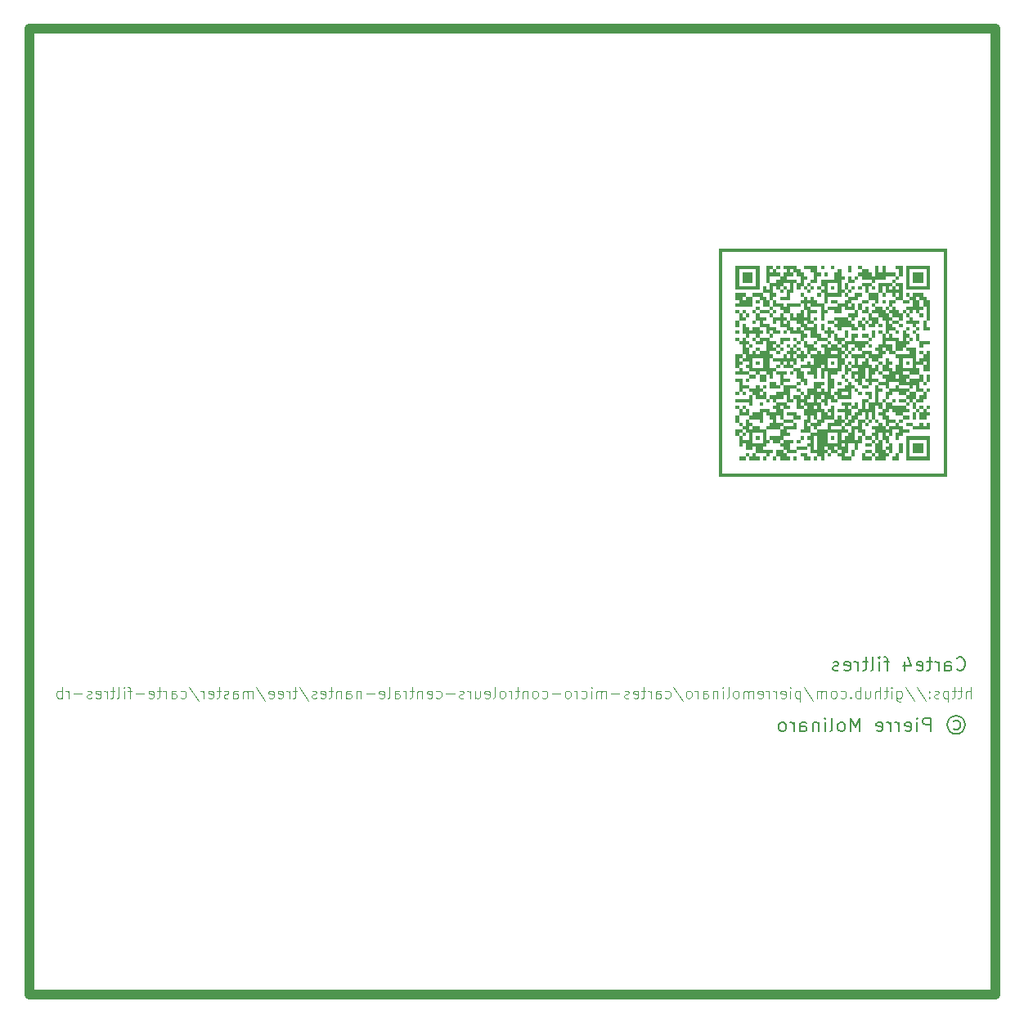
<source format=gbo>
%FSLAX24Y24*%
%MOIN*%
%ADD10C,0.0042*%
%ADD11C,0.0053*%
%ADD12C,0.0394*%
D10*
G01X38363Y12091D02*
X38363Y12535D01*
X38173Y12091D02*
X38173Y12324D01*
X38173Y12324D02*
X38194Y12366D01*
X38194Y12366D02*
X38236Y12387D01*
X38236Y12387D02*
X38300Y12387D01*
X38300Y12387D02*
X38342Y12366D01*
X38342Y12366D02*
X38363Y12345D01*
X38025Y12387D02*
X37855Y12387D01*
X37961Y12535D02*
X37961Y12154D01*
X37961Y12154D02*
X37940Y12112D01*
X37940Y12112D02*
X37898Y12091D01*
X37898Y12091D02*
X37855Y12091D01*
X37771Y12387D02*
X37601Y12387D01*
X37707Y12535D02*
X37707Y12154D01*
X37707Y12154D02*
X37686Y12112D01*
X37686Y12112D02*
X37644Y12091D01*
X37644Y12091D02*
X37601Y12091D01*
X37453Y12387D02*
X37453Y11943D01*
X37453Y12366D02*
X37411Y12387D01*
X37411Y12387D02*
X37326Y12387D01*
X37326Y12387D02*
X37284Y12366D01*
X37284Y12366D02*
X37263Y12345D01*
X37263Y12345D02*
X37242Y12302D01*
X37242Y12302D02*
X37242Y12175D01*
X37242Y12175D02*
X37263Y12133D01*
X37263Y12133D02*
X37284Y12112D01*
X37284Y12112D02*
X37326Y12091D01*
X37326Y12091D02*
X37411Y12091D01*
X37411Y12091D02*
X37453Y12112D01*
X37072Y12112D02*
X37030Y12091D01*
X37030Y12091D02*
X36945Y12091D01*
X36945Y12091D02*
X36903Y12112D01*
X36903Y12112D02*
X36882Y12154D01*
X36882Y12154D02*
X36882Y12175D01*
X36882Y12175D02*
X36903Y12218D01*
X36903Y12218D02*
X36945Y12239D01*
X36945Y12239D02*
X37009Y12239D01*
X37009Y12239D02*
X37051Y12260D01*
X37051Y12260D02*
X37072Y12302D01*
X37072Y12302D02*
X37072Y12324D01*
X37072Y12324D02*
X37051Y12366D01*
X37051Y12366D02*
X37009Y12387D01*
X37009Y12387D02*
X36945Y12387D01*
X36945Y12387D02*
X36903Y12366D01*
X36691Y12133D02*
X36670Y12112D01*
X36670Y12112D02*
X36691Y12091D01*
X36691Y12091D02*
X36712Y12112D01*
X36712Y12112D02*
X36691Y12133D01*
X36691Y12133D02*
X36691Y12091D01*
X36691Y12366D02*
X36670Y12345D01*
X36670Y12345D02*
X36691Y12324D01*
X36691Y12324D02*
X36712Y12345D01*
X36712Y12345D02*
X36691Y12366D01*
X36691Y12366D02*
X36691Y12324D01*
X36162Y12556D02*
X36543Y11985D01*
X35697Y12556D02*
X36078Y11985D01*
X35358Y12387D02*
X35358Y12027D01*
X35358Y12027D02*
X35379Y11985D01*
X35379Y11985D02*
X35400Y11964D01*
X35400Y11964D02*
X35443Y11943D01*
X35443Y11943D02*
X35506Y11943D01*
X35506Y11943D02*
X35548Y11964D01*
X35358Y12112D02*
X35400Y12091D01*
X35400Y12091D02*
X35485Y12091D01*
X35485Y12091D02*
X35527Y12112D01*
X35527Y12112D02*
X35548Y12133D01*
X35548Y12133D02*
X35570Y12175D01*
X35570Y12175D02*
X35570Y12302D01*
X35570Y12302D02*
X35548Y12345D01*
X35548Y12345D02*
X35527Y12366D01*
X35527Y12366D02*
X35485Y12387D01*
X35485Y12387D02*
X35400Y12387D01*
X35400Y12387D02*
X35358Y12366D01*
X35146Y12091D02*
X35146Y12387D01*
X35146Y12535D02*
X35167Y12514D01*
X35167Y12514D02*
X35146Y12493D01*
X35146Y12493D02*
X35125Y12514D01*
X35125Y12514D02*
X35146Y12535D01*
X35146Y12535D02*
X35146Y12493D01*
X34998Y12387D02*
X34829Y12387D01*
X34935Y12535D02*
X34935Y12154D01*
X34935Y12154D02*
X34914Y12112D01*
X34914Y12112D02*
X34871Y12091D01*
X34871Y12091D02*
X34829Y12091D01*
X34681Y12091D02*
X34681Y12535D01*
X34490Y12091D02*
X34490Y12324D01*
X34490Y12324D02*
X34511Y12366D01*
X34511Y12366D02*
X34554Y12387D01*
X34554Y12387D02*
X34617Y12387D01*
X34617Y12387D02*
X34660Y12366D01*
X34660Y12366D02*
X34681Y12345D01*
X34088Y12387D02*
X34088Y12091D01*
X34279Y12387D02*
X34279Y12154D01*
X34279Y12154D02*
X34257Y12112D01*
X34257Y12112D02*
X34215Y12091D01*
X34215Y12091D02*
X34152Y12091D01*
X34152Y12091D02*
X34109Y12112D01*
X34109Y12112D02*
X34088Y12133D01*
X33876Y12091D02*
X33876Y12535D01*
X33876Y12366D02*
X33834Y12387D01*
X33834Y12387D02*
X33749Y12387D01*
X33749Y12387D02*
X33707Y12366D01*
X33707Y12366D02*
X33686Y12345D01*
X33686Y12345D02*
X33665Y12302D01*
X33665Y12302D02*
X33665Y12175D01*
X33665Y12175D02*
X33686Y12133D01*
X33686Y12133D02*
X33707Y12112D01*
X33707Y12112D02*
X33749Y12091D01*
X33749Y12091D02*
X33834Y12091D01*
X33834Y12091D02*
X33876Y12112D01*
X33474Y12133D02*
X33453Y12112D01*
X33453Y12112D02*
X33474Y12091D01*
X33474Y12091D02*
X33496Y12112D01*
X33496Y12112D02*
X33474Y12133D01*
X33474Y12133D02*
X33474Y12091D01*
X33072Y12112D02*
X33115Y12091D01*
X33115Y12091D02*
X33199Y12091D01*
X33199Y12091D02*
X33242Y12112D01*
X33242Y12112D02*
X33263Y12133D01*
X33263Y12133D02*
X33284Y12175D01*
X33284Y12175D02*
X33284Y12302D01*
X33284Y12302D02*
X33263Y12345D01*
X33263Y12345D02*
X33242Y12366D01*
X33242Y12366D02*
X33199Y12387D01*
X33199Y12387D02*
X33115Y12387D01*
X33115Y12387D02*
X33072Y12366D01*
X32818Y12091D02*
X32861Y12112D01*
X32861Y12112D02*
X32882Y12133D01*
X32882Y12133D02*
X32903Y12175D01*
X32903Y12175D02*
X32903Y12302D01*
X32903Y12302D02*
X32882Y12345D01*
X32882Y12345D02*
X32861Y12366D01*
X32861Y12366D02*
X32818Y12387D01*
X32818Y12387D02*
X32755Y12387D01*
X32755Y12387D02*
X32712Y12366D01*
X32712Y12366D02*
X32691Y12345D01*
X32691Y12345D02*
X32670Y12302D01*
X32670Y12302D02*
X32670Y12175D01*
X32670Y12175D02*
X32691Y12133D01*
X32691Y12133D02*
X32712Y12112D01*
X32712Y12112D02*
X32755Y12091D01*
X32755Y12091D02*
X32818Y12091D01*
X32480Y12091D02*
X32480Y12387D01*
X32480Y12345D02*
X32458Y12366D01*
X32458Y12366D02*
X32416Y12387D01*
X32416Y12387D02*
X32353Y12387D01*
X32353Y12387D02*
X32310Y12366D01*
X32310Y12366D02*
X32289Y12324D01*
X32289Y12324D02*
X32289Y12091D01*
X32289Y12324D02*
X32268Y12366D01*
X32268Y12366D02*
X32226Y12387D01*
X32226Y12387D02*
X32162Y12387D01*
X32162Y12387D02*
X32120Y12366D01*
X32120Y12366D02*
X32099Y12324D01*
X32099Y12324D02*
X32099Y12091D01*
X31570Y12556D02*
X31951Y11985D01*
X31421Y12387D02*
X31421Y11943D01*
X31421Y12366D02*
X31379Y12387D01*
X31379Y12387D02*
X31294Y12387D01*
X31294Y12387D02*
X31252Y12366D01*
X31252Y12366D02*
X31231Y12345D01*
X31231Y12345D02*
X31210Y12302D01*
X31210Y12302D02*
X31210Y12175D01*
X31210Y12175D02*
X31231Y12133D01*
X31231Y12133D02*
X31252Y12112D01*
X31252Y12112D02*
X31294Y12091D01*
X31294Y12091D02*
X31379Y12091D01*
X31379Y12091D02*
X31421Y12112D01*
X31019Y12091D02*
X31019Y12387D01*
X31019Y12535D02*
X31041Y12514D01*
X31041Y12514D02*
X31019Y12493D01*
X31019Y12493D02*
X30998Y12514D01*
X30998Y12514D02*
X31019Y12535D01*
X31019Y12535D02*
X31019Y12493D01*
X30638Y12112D02*
X30681Y12091D01*
X30681Y12091D02*
X30765Y12091D01*
X30765Y12091D02*
X30808Y12112D01*
X30808Y12112D02*
X30829Y12154D01*
X30829Y12154D02*
X30829Y12324D01*
X30829Y12324D02*
X30808Y12366D01*
X30808Y12366D02*
X30765Y12387D01*
X30765Y12387D02*
X30681Y12387D01*
X30681Y12387D02*
X30638Y12366D01*
X30638Y12366D02*
X30617Y12324D01*
X30617Y12324D02*
X30617Y12281D01*
X30617Y12281D02*
X30829Y12239D01*
X30427Y12091D02*
X30427Y12387D01*
X30427Y12302D02*
X30406Y12345D01*
X30406Y12345D02*
X30384Y12366D01*
X30384Y12366D02*
X30342Y12387D01*
X30342Y12387D02*
X30300Y12387D01*
X30152Y12091D02*
X30152Y12387D01*
X30152Y12302D02*
X30130Y12345D01*
X30130Y12345D02*
X30109Y12366D01*
X30109Y12366D02*
X30067Y12387D01*
X30067Y12387D02*
X30025Y12387D01*
X29707Y12112D02*
X29749Y12091D01*
X29749Y12091D02*
X29834Y12091D01*
X29834Y12091D02*
X29876Y12112D01*
X29876Y12112D02*
X29898Y12154D01*
X29898Y12154D02*
X29898Y12324D01*
X29898Y12324D02*
X29876Y12366D01*
X29876Y12366D02*
X29834Y12387D01*
X29834Y12387D02*
X29749Y12387D01*
X29749Y12387D02*
X29707Y12366D01*
X29707Y12366D02*
X29686Y12324D01*
X29686Y12324D02*
X29686Y12281D01*
X29686Y12281D02*
X29898Y12239D01*
X29496Y12091D02*
X29496Y12387D01*
X29496Y12345D02*
X29474Y12366D01*
X29474Y12366D02*
X29432Y12387D01*
X29432Y12387D02*
X29369Y12387D01*
X29369Y12387D02*
X29326Y12366D01*
X29326Y12366D02*
X29305Y12324D01*
X29305Y12324D02*
X29305Y12091D01*
X29305Y12324D02*
X29284Y12366D01*
X29284Y12366D02*
X29242Y12387D01*
X29242Y12387D02*
X29178Y12387D01*
X29178Y12387D02*
X29136Y12366D01*
X29136Y12366D02*
X29115Y12324D01*
X29115Y12324D02*
X29115Y12091D01*
X28839Y12091D02*
X28882Y12112D01*
X28882Y12112D02*
X28903Y12133D01*
X28903Y12133D02*
X28924Y12175D01*
X28924Y12175D02*
X28924Y12302D01*
X28924Y12302D02*
X28903Y12345D01*
X28903Y12345D02*
X28882Y12366D01*
X28882Y12366D02*
X28839Y12387D01*
X28839Y12387D02*
X28776Y12387D01*
X28776Y12387D02*
X28734Y12366D01*
X28734Y12366D02*
X28712Y12345D01*
X28712Y12345D02*
X28691Y12302D01*
X28691Y12302D02*
X28691Y12175D01*
X28691Y12175D02*
X28712Y12133D01*
X28712Y12133D02*
X28734Y12112D01*
X28734Y12112D02*
X28776Y12091D01*
X28776Y12091D02*
X28839Y12091D01*
X28437Y12091D02*
X28480Y12112D01*
X28480Y12112D02*
X28501Y12154D01*
X28501Y12154D02*
X28501Y12535D01*
X28268Y12091D02*
X28268Y12387D01*
X28268Y12535D02*
X28289Y12514D01*
X28289Y12514D02*
X28268Y12493D01*
X28268Y12493D02*
X28247Y12514D01*
X28247Y12514D02*
X28268Y12535D01*
X28268Y12535D02*
X28268Y12493D01*
X28056Y12387D02*
X28056Y12091D01*
X28056Y12345D02*
X28035Y12366D01*
X28035Y12366D02*
X27993Y12387D01*
X27993Y12387D02*
X27929Y12387D01*
X27929Y12387D02*
X27887Y12366D01*
X27887Y12366D02*
X27866Y12324D01*
X27866Y12324D02*
X27866Y12091D01*
X27464Y12091D02*
X27464Y12324D01*
X27464Y12324D02*
X27485Y12366D01*
X27485Y12366D02*
X27527Y12387D01*
X27527Y12387D02*
X27612Y12387D01*
X27612Y12387D02*
X27654Y12366D01*
X27464Y12112D02*
X27506Y12091D01*
X27506Y12091D02*
X27612Y12091D01*
X27612Y12091D02*
X27654Y12112D01*
X27654Y12112D02*
X27675Y12154D01*
X27675Y12154D02*
X27675Y12197D01*
X27675Y12197D02*
X27654Y12239D01*
X27654Y12239D02*
X27612Y12260D01*
X27612Y12260D02*
X27506Y12260D01*
X27506Y12260D02*
X27464Y12281D01*
X27252Y12091D02*
X27252Y12387D01*
X27252Y12302D02*
X27231Y12345D01*
X27231Y12345D02*
X27210Y12366D01*
X27210Y12366D02*
X27167Y12387D01*
X27167Y12387D02*
X27125Y12387D01*
X26914Y12091D02*
X26956Y12112D01*
X26956Y12112D02*
X26977Y12133D01*
X26977Y12133D02*
X26998Y12175D01*
X26998Y12175D02*
X26998Y12302D01*
X26998Y12302D02*
X26977Y12345D01*
X26977Y12345D02*
X26956Y12366D01*
X26956Y12366D02*
X26914Y12387D01*
X26914Y12387D02*
X26850Y12387D01*
X26850Y12387D02*
X26808Y12366D01*
X26808Y12366D02*
X26787Y12345D01*
X26787Y12345D02*
X26765Y12302D01*
X26765Y12302D02*
X26765Y12175D01*
X26765Y12175D02*
X26787Y12133D01*
X26787Y12133D02*
X26808Y12112D01*
X26808Y12112D02*
X26850Y12091D01*
X26850Y12091D02*
X26914Y12091D01*
X26257Y12556D02*
X26638Y11985D01*
X25919Y12112D02*
X25961Y12091D01*
X25961Y12091D02*
X26046Y12091D01*
X26046Y12091D02*
X26088Y12112D01*
X26088Y12112D02*
X26109Y12133D01*
X26109Y12133D02*
X26130Y12175D01*
X26130Y12175D02*
X26130Y12302D01*
X26130Y12302D02*
X26109Y12345D01*
X26109Y12345D02*
X26088Y12366D01*
X26088Y12366D02*
X26046Y12387D01*
X26046Y12387D02*
X25961Y12387D01*
X25961Y12387D02*
X25919Y12366D01*
X25538Y12091D02*
X25538Y12324D01*
X25538Y12324D02*
X25559Y12366D01*
X25559Y12366D02*
X25601Y12387D01*
X25601Y12387D02*
X25686Y12387D01*
X25686Y12387D02*
X25728Y12366D01*
X25538Y12112D02*
X25580Y12091D01*
X25580Y12091D02*
X25686Y12091D01*
X25686Y12091D02*
X25728Y12112D01*
X25728Y12112D02*
X25749Y12154D01*
X25749Y12154D02*
X25749Y12197D01*
X25749Y12197D02*
X25728Y12239D01*
X25728Y12239D02*
X25686Y12260D01*
X25686Y12260D02*
X25580Y12260D01*
X25580Y12260D02*
X25538Y12281D01*
X25326Y12091D02*
X25326Y12387D01*
X25326Y12302D02*
X25305Y12345D01*
X25305Y12345D02*
X25284Y12366D01*
X25284Y12366D02*
X25242Y12387D01*
X25242Y12387D02*
X25199Y12387D01*
X25115Y12387D02*
X24945Y12387D01*
X25051Y12535D02*
X25051Y12154D01*
X25051Y12154D02*
X25030Y12112D01*
X25030Y12112D02*
X24988Y12091D01*
X24988Y12091D02*
X24945Y12091D01*
X24628Y12112D02*
X24670Y12091D01*
X24670Y12091D02*
X24755Y12091D01*
X24755Y12091D02*
X24797Y12112D01*
X24797Y12112D02*
X24818Y12154D01*
X24818Y12154D02*
X24818Y12324D01*
X24818Y12324D02*
X24797Y12366D01*
X24797Y12366D02*
X24755Y12387D01*
X24755Y12387D02*
X24670Y12387D01*
X24670Y12387D02*
X24628Y12366D01*
X24628Y12366D02*
X24607Y12324D01*
X24607Y12324D02*
X24607Y12281D01*
X24607Y12281D02*
X24818Y12239D01*
X24437Y12112D02*
X24395Y12091D01*
X24395Y12091D02*
X24310Y12091D01*
X24310Y12091D02*
X24268Y12112D01*
X24268Y12112D02*
X24247Y12154D01*
X24247Y12154D02*
X24247Y12175D01*
X24247Y12175D02*
X24268Y12218D01*
X24268Y12218D02*
X24310Y12239D01*
X24310Y12239D02*
X24374Y12239D01*
X24374Y12239D02*
X24416Y12260D01*
X24416Y12260D02*
X24437Y12302D01*
X24437Y12302D02*
X24437Y12324D01*
X24437Y12324D02*
X24416Y12366D01*
X24416Y12366D02*
X24374Y12387D01*
X24374Y12387D02*
X24310Y12387D01*
X24310Y12387D02*
X24268Y12366D01*
X24056Y12260D02*
X23718Y12260D01*
X23506Y12091D02*
X23506Y12387D01*
X23506Y12345D02*
X23485Y12366D01*
X23485Y12366D02*
X23443Y12387D01*
X23443Y12387D02*
X23379Y12387D01*
X23379Y12387D02*
X23337Y12366D01*
X23337Y12366D02*
X23316Y12324D01*
X23316Y12324D02*
X23316Y12091D01*
X23316Y12324D02*
X23294Y12366D01*
X23294Y12366D02*
X23252Y12387D01*
X23252Y12387D02*
X23189Y12387D01*
X23189Y12387D02*
X23146Y12366D01*
X23146Y12366D02*
X23125Y12324D01*
X23125Y12324D02*
X23125Y12091D01*
X22914Y12091D02*
X22914Y12387D01*
X22914Y12535D02*
X22935Y12514D01*
X22935Y12514D02*
X22914Y12493D01*
X22914Y12493D02*
X22892Y12514D01*
X22892Y12514D02*
X22914Y12535D01*
X22914Y12535D02*
X22914Y12493D01*
X22511Y12112D02*
X22554Y12091D01*
X22554Y12091D02*
X22638Y12091D01*
X22638Y12091D02*
X22681Y12112D01*
X22681Y12112D02*
X22702Y12133D01*
X22702Y12133D02*
X22723Y12175D01*
X22723Y12175D02*
X22723Y12302D01*
X22723Y12302D02*
X22702Y12345D01*
X22702Y12345D02*
X22681Y12366D01*
X22681Y12366D02*
X22638Y12387D01*
X22638Y12387D02*
X22554Y12387D01*
X22554Y12387D02*
X22511Y12366D01*
X22321Y12091D02*
X22321Y12387D01*
X22321Y12302D02*
X22300Y12345D01*
X22300Y12345D02*
X22279Y12366D01*
X22279Y12366D02*
X22236Y12387D01*
X22236Y12387D02*
X22194Y12387D01*
X21982Y12091D02*
X22025Y12112D01*
X22025Y12112D02*
X22046Y12133D01*
X22046Y12133D02*
X22067Y12175D01*
X22067Y12175D02*
X22067Y12302D01*
X22067Y12302D02*
X22046Y12345D01*
X22046Y12345D02*
X22025Y12366D01*
X22025Y12366D02*
X21982Y12387D01*
X21982Y12387D02*
X21919Y12387D01*
X21919Y12387D02*
X21876Y12366D01*
X21876Y12366D02*
X21855Y12345D01*
X21855Y12345D02*
X21834Y12302D01*
X21834Y12302D02*
X21834Y12175D01*
X21834Y12175D02*
X21855Y12133D01*
X21855Y12133D02*
X21876Y12112D01*
X21876Y12112D02*
X21919Y12091D01*
X21919Y12091D02*
X21982Y12091D01*
X21644Y12260D02*
X21305Y12260D01*
X20903Y12112D02*
X20945Y12091D01*
X20945Y12091D02*
X21030Y12091D01*
X21030Y12091D02*
X21072Y12112D01*
X21072Y12112D02*
X21093Y12133D01*
X21093Y12133D02*
X21115Y12175D01*
X21115Y12175D02*
X21115Y12302D01*
X21115Y12302D02*
X21093Y12345D01*
X21093Y12345D02*
X21072Y12366D01*
X21072Y12366D02*
X21030Y12387D01*
X21030Y12387D02*
X20945Y12387D01*
X20945Y12387D02*
X20903Y12366D01*
X20649Y12091D02*
X20691Y12112D01*
X20691Y12112D02*
X20712Y12133D01*
X20712Y12133D02*
X20734Y12175D01*
X20734Y12175D02*
X20734Y12302D01*
X20734Y12302D02*
X20712Y12345D01*
X20712Y12345D02*
X20691Y12366D01*
X20691Y12366D02*
X20649Y12387D01*
X20649Y12387D02*
X20585Y12387D01*
X20585Y12387D02*
X20543Y12366D01*
X20543Y12366D02*
X20522Y12345D01*
X20522Y12345D02*
X20501Y12302D01*
X20501Y12302D02*
X20501Y12175D01*
X20501Y12175D02*
X20522Y12133D01*
X20522Y12133D02*
X20543Y12112D01*
X20543Y12112D02*
X20585Y12091D01*
X20585Y12091D02*
X20649Y12091D01*
X20310Y12387D02*
X20310Y12091D01*
X20310Y12345D02*
X20289Y12366D01*
X20289Y12366D02*
X20247Y12387D01*
X20247Y12387D02*
X20183Y12387D01*
X20183Y12387D02*
X20141Y12366D01*
X20141Y12366D02*
X20120Y12324D01*
X20120Y12324D02*
X20120Y12091D01*
X19972Y12387D02*
X19802Y12387D01*
X19908Y12535D02*
X19908Y12154D01*
X19908Y12154D02*
X19887Y12112D01*
X19887Y12112D02*
X19845Y12091D01*
X19845Y12091D02*
X19802Y12091D01*
X19654Y12091D02*
X19654Y12387D01*
X19654Y12302D02*
X19633Y12345D01*
X19633Y12345D02*
X19612Y12366D01*
X19612Y12366D02*
X19570Y12387D01*
X19570Y12387D02*
X19527Y12387D01*
X19316Y12091D02*
X19358Y12112D01*
X19358Y12112D02*
X19379Y12133D01*
X19379Y12133D02*
X19400Y12175D01*
X19400Y12175D02*
X19400Y12302D01*
X19400Y12302D02*
X19379Y12345D01*
X19379Y12345D02*
X19358Y12366D01*
X19358Y12366D02*
X19316Y12387D01*
X19316Y12387D02*
X19252Y12387D01*
X19252Y12387D02*
X19210Y12366D01*
X19210Y12366D02*
X19189Y12345D01*
X19189Y12345D02*
X19167Y12302D01*
X19167Y12302D02*
X19167Y12175D01*
X19167Y12175D02*
X19189Y12133D01*
X19189Y12133D02*
X19210Y12112D01*
X19210Y12112D02*
X19252Y12091D01*
X19252Y12091D02*
X19316Y12091D01*
X18914Y12091D02*
X18956Y12112D01*
X18956Y12112D02*
X18977Y12154D01*
X18977Y12154D02*
X18977Y12535D01*
X18575Y12112D02*
X18617Y12091D01*
X18617Y12091D02*
X18702Y12091D01*
X18702Y12091D02*
X18744Y12112D01*
X18744Y12112D02*
X18765Y12154D01*
X18765Y12154D02*
X18765Y12324D01*
X18765Y12324D02*
X18744Y12366D01*
X18744Y12366D02*
X18702Y12387D01*
X18702Y12387D02*
X18617Y12387D01*
X18617Y12387D02*
X18575Y12366D01*
X18575Y12366D02*
X18554Y12324D01*
X18554Y12324D02*
X18554Y12281D01*
X18554Y12281D02*
X18765Y12239D01*
X18173Y12387D02*
X18173Y12091D01*
X18363Y12387D02*
X18363Y12154D01*
X18363Y12154D02*
X18342Y12112D01*
X18342Y12112D02*
X18300Y12091D01*
X18300Y12091D02*
X18236Y12091D01*
X18236Y12091D02*
X18194Y12112D01*
X18194Y12112D02*
X18173Y12133D01*
X17961Y12091D02*
X17961Y12387D01*
X17961Y12302D02*
X17940Y12345D01*
X17940Y12345D02*
X17919Y12366D01*
X17919Y12366D02*
X17876Y12387D01*
X17876Y12387D02*
X17834Y12387D01*
X17707Y12112D02*
X17665Y12091D01*
X17665Y12091D02*
X17580Y12091D01*
X17580Y12091D02*
X17538Y12112D01*
X17538Y12112D02*
X17517Y12154D01*
X17517Y12154D02*
X17517Y12175D01*
X17517Y12175D02*
X17538Y12218D01*
X17538Y12218D02*
X17580Y12239D01*
X17580Y12239D02*
X17644Y12239D01*
X17644Y12239D02*
X17686Y12260D01*
X17686Y12260D02*
X17707Y12302D01*
X17707Y12302D02*
X17707Y12324D01*
X17707Y12324D02*
X17686Y12366D01*
X17686Y12366D02*
X17644Y12387D01*
X17644Y12387D02*
X17580Y12387D01*
X17580Y12387D02*
X17538Y12366D01*
X17326Y12260D02*
X16988Y12260D01*
X16585Y12112D02*
X16628Y12091D01*
X16628Y12091D02*
X16712Y12091D01*
X16712Y12091D02*
X16755Y12112D01*
X16755Y12112D02*
X16776Y12133D01*
X16776Y12133D02*
X16797Y12175D01*
X16797Y12175D02*
X16797Y12302D01*
X16797Y12302D02*
X16776Y12345D01*
X16776Y12345D02*
X16755Y12366D01*
X16755Y12366D02*
X16712Y12387D01*
X16712Y12387D02*
X16628Y12387D01*
X16628Y12387D02*
X16585Y12366D01*
X16226Y12112D02*
X16268Y12091D01*
X16268Y12091D02*
X16353Y12091D01*
X16353Y12091D02*
X16395Y12112D01*
X16395Y12112D02*
X16416Y12154D01*
X16416Y12154D02*
X16416Y12324D01*
X16416Y12324D02*
X16395Y12366D01*
X16395Y12366D02*
X16353Y12387D01*
X16353Y12387D02*
X16268Y12387D01*
X16268Y12387D02*
X16226Y12366D01*
X16226Y12366D02*
X16205Y12324D01*
X16205Y12324D02*
X16205Y12281D01*
X16205Y12281D02*
X16416Y12239D01*
X16014Y12387D02*
X16014Y12091D01*
X16014Y12345D02*
X15993Y12366D01*
X15993Y12366D02*
X15951Y12387D01*
X15951Y12387D02*
X15887Y12387D01*
X15887Y12387D02*
X15845Y12366D01*
X15845Y12366D02*
X15824Y12324D01*
X15824Y12324D02*
X15824Y12091D01*
X15675Y12387D02*
X15506Y12387D01*
X15612Y12535D02*
X15612Y12154D01*
X15612Y12154D02*
X15591Y12112D01*
X15591Y12112D02*
X15548Y12091D01*
X15548Y12091D02*
X15506Y12091D01*
X15358Y12091D02*
X15358Y12387D01*
X15358Y12302D02*
X15337Y12345D01*
X15337Y12345D02*
X15316Y12366D01*
X15316Y12366D02*
X15273Y12387D01*
X15273Y12387D02*
X15231Y12387D01*
X14892Y12091D02*
X14892Y12324D01*
X14892Y12324D02*
X14914Y12366D01*
X14914Y12366D02*
X14956Y12387D01*
X14956Y12387D02*
X15041Y12387D01*
X15041Y12387D02*
X15083Y12366D01*
X14892Y12112D02*
X14935Y12091D01*
X14935Y12091D02*
X15041Y12091D01*
X15041Y12091D02*
X15083Y12112D01*
X15083Y12112D02*
X15104Y12154D01*
X15104Y12154D02*
X15104Y12197D01*
X15104Y12197D02*
X15083Y12239D01*
X15083Y12239D02*
X15041Y12260D01*
X15041Y12260D02*
X14935Y12260D01*
X14935Y12260D02*
X14892Y12281D01*
X14617Y12091D02*
X14660Y12112D01*
X14660Y12112D02*
X14681Y12154D01*
X14681Y12154D02*
X14681Y12535D01*
X14279Y12112D02*
X14321Y12091D01*
X14321Y12091D02*
X14406Y12091D01*
X14406Y12091D02*
X14448Y12112D01*
X14448Y12112D02*
X14469Y12154D01*
X14469Y12154D02*
X14469Y12324D01*
X14469Y12324D02*
X14448Y12366D01*
X14448Y12366D02*
X14406Y12387D01*
X14406Y12387D02*
X14321Y12387D01*
X14321Y12387D02*
X14279Y12366D01*
X14279Y12366D02*
X14257Y12324D01*
X14257Y12324D02*
X14257Y12281D01*
X14257Y12281D02*
X14469Y12239D01*
X14067Y12260D02*
X13728Y12260D01*
X13517Y12387D02*
X13517Y12091D01*
X13517Y12345D02*
X13496Y12366D01*
X13496Y12366D02*
X13453Y12387D01*
X13453Y12387D02*
X13390Y12387D01*
X13390Y12387D02*
X13347Y12366D01*
X13347Y12366D02*
X13326Y12324D01*
X13326Y12324D02*
X13326Y12091D01*
X12924Y12091D02*
X12924Y12324D01*
X12924Y12324D02*
X12945Y12366D01*
X12945Y12366D02*
X12988Y12387D01*
X12988Y12387D02*
X13072Y12387D01*
X13072Y12387D02*
X13115Y12366D01*
X12924Y12112D02*
X12966Y12091D01*
X12966Y12091D02*
X13072Y12091D01*
X13072Y12091D02*
X13115Y12112D01*
X13115Y12112D02*
X13136Y12154D01*
X13136Y12154D02*
X13136Y12197D01*
X13136Y12197D02*
X13115Y12239D01*
X13115Y12239D02*
X13072Y12260D01*
X13072Y12260D02*
X12966Y12260D01*
X12966Y12260D02*
X12924Y12281D01*
X12712Y12387D02*
X12712Y12091D01*
X12712Y12345D02*
X12691Y12366D01*
X12691Y12366D02*
X12649Y12387D01*
X12649Y12387D02*
X12585Y12387D01*
X12585Y12387D02*
X12543Y12366D01*
X12543Y12366D02*
X12522Y12324D01*
X12522Y12324D02*
X12522Y12091D01*
X12374Y12387D02*
X12205Y12387D01*
X12310Y12535D02*
X12310Y12154D01*
X12310Y12154D02*
X12289Y12112D01*
X12289Y12112D02*
X12247Y12091D01*
X12247Y12091D02*
X12205Y12091D01*
X11887Y12112D02*
X11929Y12091D01*
X11929Y12091D02*
X12014Y12091D01*
X12014Y12091D02*
X12056Y12112D01*
X12056Y12112D02*
X12078Y12154D01*
X12078Y12154D02*
X12078Y12324D01*
X12078Y12324D02*
X12056Y12366D01*
X12056Y12366D02*
X12014Y12387D01*
X12014Y12387D02*
X11929Y12387D01*
X11929Y12387D02*
X11887Y12366D01*
X11887Y12366D02*
X11866Y12324D01*
X11866Y12324D02*
X11866Y12281D01*
X11866Y12281D02*
X12078Y12239D01*
X11697Y12112D02*
X11654Y12091D01*
X11654Y12091D02*
X11570Y12091D01*
X11570Y12091D02*
X11527Y12112D01*
X11527Y12112D02*
X11506Y12154D01*
X11506Y12154D02*
X11506Y12175D01*
X11506Y12175D02*
X11527Y12218D01*
X11527Y12218D02*
X11570Y12239D01*
X11570Y12239D02*
X11633Y12239D01*
X11633Y12239D02*
X11675Y12260D01*
X11675Y12260D02*
X11697Y12302D01*
X11697Y12302D02*
X11697Y12324D01*
X11697Y12324D02*
X11675Y12366D01*
X11675Y12366D02*
X11633Y12387D01*
X11633Y12387D02*
X11570Y12387D01*
X11570Y12387D02*
X11527Y12366D01*
X10998Y12556D02*
X11379Y11985D01*
X10914Y12387D02*
X10744Y12387D01*
X10850Y12535D02*
X10850Y12154D01*
X10850Y12154D02*
X10829Y12112D01*
X10829Y12112D02*
X10787Y12091D01*
X10787Y12091D02*
X10744Y12091D01*
X10596Y12091D02*
X10596Y12387D01*
X10596Y12302D02*
X10575Y12345D01*
X10575Y12345D02*
X10554Y12366D01*
X10554Y12366D02*
X10511Y12387D01*
X10511Y12387D02*
X10469Y12387D01*
X10152Y12112D02*
X10194Y12091D01*
X10194Y12091D02*
X10279Y12091D01*
X10279Y12091D02*
X10321Y12112D01*
X10321Y12112D02*
X10342Y12154D01*
X10342Y12154D02*
X10342Y12324D01*
X10342Y12324D02*
X10321Y12366D01*
X10321Y12366D02*
X10279Y12387D01*
X10279Y12387D02*
X10194Y12387D01*
X10194Y12387D02*
X10152Y12366D01*
X10152Y12366D02*
X10130Y12324D01*
X10130Y12324D02*
X10130Y12281D01*
X10130Y12281D02*
X10342Y12239D01*
X9771Y12112D02*
X9813Y12091D01*
X9813Y12091D02*
X9898Y12091D01*
X9898Y12091D02*
X9940Y12112D01*
X9940Y12112D02*
X9961Y12154D01*
X9961Y12154D02*
X9961Y12324D01*
X9961Y12324D02*
X9940Y12366D01*
X9940Y12366D02*
X9898Y12387D01*
X9898Y12387D02*
X9813Y12387D01*
X9813Y12387D02*
X9771Y12366D01*
X9771Y12366D02*
X9750Y12324D01*
X9750Y12324D02*
X9750Y12281D01*
X9750Y12281D02*
X9961Y12239D01*
X9242Y12556D02*
X9623Y11985D01*
X9093Y12091D02*
X9093Y12387D01*
X9093Y12345D02*
X9072Y12366D01*
X9072Y12366D02*
X9030Y12387D01*
X9030Y12387D02*
X8966Y12387D01*
X8966Y12387D02*
X8924Y12366D01*
X8924Y12366D02*
X8903Y12324D01*
X8903Y12324D02*
X8903Y12091D01*
X8903Y12324D02*
X8882Y12366D01*
X8882Y12366D02*
X8839Y12387D01*
X8839Y12387D02*
X8776Y12387D01*
X8776Y12387D02*
X8734Y12366D01*
X8734Y12366D02*
X8712Y12324D01*
X8712Y12324D02*
X8712Y12091D01*
X8310Y12091D02*
X8310Y12324D01*
X8310Y12324D02*
X8332Y12366D01*
X8332Y12366D02*
X8374Y12387D01*
X8374Y12387D02*
X8458Y12387D01*
X8458Y12387D02*
X8501Y12366D01*
X8310Y12112D02*
X8353Y12091D01*
X8353Y12091D02*
X8458Y12091D01*
X8458Y12091D02*
X8501Y12112D01*
X8501Y12112D02*
X8522Y12154D01*
X8522Y12154D02*
X8522Y12197D01*
X8522Y12197D02*
X8501Y12239D01*
X8501Y12239D02*
X8458Y12260D01*
X8458Y12260D02*
X8353Y12260D01*
X8353Y12260D02*
X8310Y12281D01*
X8120Y12112D02*
X8078Y12091D01*
X8078Y12091D02*
X7993Y12091D01*
X7993Y12091D02*
X7951Y12112D01*
X7951Y12112D02*
X7929Y12154D01*
X7929Y12154D02*
X7929Y12175D01*
X7929Y12175D02*
X7951Y12218D01*
X7951Y12218D02*
X7993Y12239D01*
X7993Y12239D02*
X8056Y12239D01*
X8056Y12239D02*
X8099Y12260D01*
X8099Y12260D02*
X8120Y12302D01*
X8120Y12302D02*
X8120Y12324D01*
X8120Y12324D02*
X8099Y12366D01*
X8099Y12366D02*
X8056Y12387D01*
X8056Y12387D02*
X7993Y12387D01*
X7993Y12387D02*
X7951Y12366D01*
X7802Y12387D02*
X7633Y12387D01*
X7739Y12535D02*
X7739Y12154D01*
X7739Y12154D02*
X7718Y12112D01*
X7718Y12112D02*
X7675Y12091D01*
X7675Y12091D02*
X7633Y12091D01*
X7316Y12112D02*
X7358Y12091D01*
X7358Y12091D02*
X7443Y12091D01*
X7443Y12091D02*
X7485Y12112D01*
X7485Y12112D02*
X7506Y12154D01*
X7506Y12154D02*
X7506Y12324D01*
X7506Y12324D02*
X7485Y12366D01*
X7485Y12366D02*
X7443Y12387D01*
X7443Y12387D02*
X7358Y12387D01*
X7358Y12387D02*
X7316Y12366D01*
X7316Y12366D02*
X7294Y12324D01*
X7294Y12324D02*
X7294Y12281D01*
X7294Y12281D02*
X7506Y12239D01*
X7104Y12091D02*
X7104Y12387D01*
X7104Y12302D02*
X7083Y12345D01*
X7083Y12345D02*
X7062Y12366D01*
X7062Y12366D02*
X7019Y12387D01*
X7019Y12387D02*
X6977Y12387D01*
X6511Y12556D02*
X6892Y11985D01*
X6173Y12112D02*
X6215Y12091D01*
X6215Y12091D02*
X6300Y12091D01*
X6300Y12091D02*
X6342Y12112D01*
X6342Y12112D02*
X6363Y12133D01*
X6363Y12133D02*
X6384Y12175D01*
X6384Y12175D02*
X6384Y12302D01*
X6384Y12302D02*
X6363Y12345D01*
X6363Y12345D02*
X6342Y12366D01*
X6342Y12366D02*
X6300Y12387D01*
X6300Y12387D02*
X6215Y12387D01*
X6215Y12387D02*
X6173Y12366D01*
X5792Y12091D02*
X5792Y12324D01*
X5792Y12324D02*
X5813Y12366D01*
X5813Y12366D02*
X5855Y12387D01*
X5855Y12387D02*
X5940Y12387D01*
X5940Y12387D02*
X5982Y12366D01*
X5792Y12112D02*
X5834Y12091D01*
X5834Y12091D02*
X5940Y12091D01*
X5940Y12091D02*
X5982Y12112D01*
X5982Y12112D02*
X6003Y12154D01*
X6003Y12154D02*
X6003Y12197D01*
X6003Y12197D02*
X5982Y12239D01*
X5982Y12239D02*
X5940Y12260D01*
X5940Y12260D02*
X5834Y12260D01*
X5834Y12260D02*
X5792Y12281D01*
X5580Y12091D02*
X5580Y12387D01*
X5580Y12302D02*
X5559Y12345D01*
X5559Y12345D02*
X5538Y12366D01*
X5538Y12366D02*
X5496Y12387D01*
X5496Y12387D02*
X5453Y12387D01*
X5369Y12387D02*
X5199Y12387D01*
X5305Y12535D02*
X5305Y12154D01*
X5305Y12154D02*
X5284Y12112D01*
X5284Y12112D02*
X5242Y12091D01*
X5242Y12091D02*
X5199Y12091D01*
X4882Y12112D02*
X4924Y12091D01*
X4924Y12091D02*
X5009Y12091D01*
X5009Y12091D02*
X5051Y12112D01*
X5051Y12112D02*
X5072Y12154D01*
X5072Y12154D02*
X5072Y12324D01*
X5072Y12324D02*
X5051Y12366D01*
X5051Y12366D02*
X5009Y12387D01*
X5009Y12387D02*
X4924Y12387D01*
X4924Y12387D02*
X4882Y12366D01*
X4882Y12366D02*
X4861Y12324D01*
X4861Y12324D02*
X4861Y12281D01*
X4861Y12281D02*
X5072Y12239D01*
X4670Y12260D02*
X4332Y12260D01*
X4183Y12387D02*
X4014Y12387D01*
X4120Y12091D02*
X4120Y12472D01*
X4120Y12472D02*
X4099Y12514D01*
X4099Y12514D02*
X4056Y12535D01*
X4056Y12535D02*
X4014Y12535D01*
X3866Y12091D02*
X3866Y12387D01*
X3866Y12535D02*
X3887Y12514D01*
X3887Y12514D02*
X3866Y12493D01*
X3866Y12493D02*
X3845Y12514D01*
X3845Y12514D02*
X3866Y12535D01*
X3866Y12535D02*
X3866Y12493D01*
X3591Y12091D02*
X3633Y12112D01*
X3633Y12112D02*
X3654Y12154D01*
X3654Y12154D02*
X3654Y12535D01*
X3485Y12387D02*
X3316Y12387D01*
X3421Y12535D02*
X3421Y12154D01*
X3421Y12154D02*
X3400Y12112D01*
X3400Y12112D02*
X3358Y12091D01*
X3358Y12091D02*
X3316Y12091D01*
X3167Y12091D02*
X3167Y12387D01*
X3167Y12302D02*
X3146Y12345D01*
X3146Y12345D02*
X3125Y12366D01*
X3125Y12366D02*
X3083Y12387D01*
X3083Y12387D02*
X3041Y12387D01*
X2723Y12112D02*
X2765Y12091D01*
X2765Y12091D02*
X2850Y12091D01*
X2850Y12091D02*
X2892Y12112D01*
X2892Y12112D02*
X2914Y12154D01*
X2914Y12154D02*
X2914Y12324D01*
X2914Y12324D02*
X2892Y12366D01*
X2892Y12366D02*
X2850Y12387D01*
X2850Y12387D02*
X2765Y12387D01*
X2765Y12387D02*
X2723Y12366D01*
X2723Y12366D02*
X2702Y12324D01*
X2702Y12324D02*
X2702Y12281D01*
X2702Y12281D02*
X2914Y12239D01*
X2533Y12112D02*
X2490Y12091D01*
X2490Y12091D02*
X2406Y12091D01*
X2406Y12091D02*
X2363Y12112D01*
X2363Y12112D02*
X2342Y12154D01*
X2342Y12154D02*
X2342Y12175D01*
X2342Y12175D02*
X2363Y12218D01*
X2363Y12218D02*
X2406Y12239D01*
X2406Y12239D02*
X2469Y12239D01*
X2469Y12239D02*
X2511Y12260D01*
X2511Y12260D02*
X2533Y12302D01*
X2533Y12302D02*
X2533Y12324D01*
X2533Y12324D02*
X2511Y12366D01*
X2511Y12366D02*
X2469Y12387D01*
X2469Y12387D02*
X2406Y12387D01*
X2406Y12387D02*
X2363Y12366D01*
X2152Y12260D02*
X1813Y12260D01*
X1601Y12091D02*
X1601Y12387D01*
X1601Y12302D02*
X1580Y12345D01*
X1580Y12345D02*
X1559Y12366D01*
X1559Y12366D02*
X1517Y12387D01*
X1517Y12387D02*
X1474Y12387D01*
X1326Y12091D02*
X1326Y12535D01*
X1326Y12366D02*
X1284Y12387D01*
X1284Y12387D02*
X1199Y12387D01*
X1199Y12387D02*
X1157Y12366D01*
X1157Y12366D02*
X1136Y12345D01*
X1136Y12345D02*
X1115Y12302D01*
X1115Y12302D02*
X1115Y12175D01*
X1115Y12175D02*
X1136Y12133D01*
X1136Y12133D02*
X1157Y12112D01*
X1157Y12112D02*
X1199Y12091D01*
X1199Y12091D02*
X1284Y12091D01*
X1284Y12091D02*
X1326Y12112D01*
D11*
G01X37800Y13261D02*
X37826Y13235D01*
X37826Y13235D02*
X37906Y13208D01*
X37906Y13208D02*
X37958Y13208D01*
X37958Y13208D02*
X38038Y13235D01*
X38038Y13235D02*
X38091Y13288D01*
X38091Y13288D02*
X38117Y13341D01*
X38117Y13341D02*
X38144Y13447D01*
X38144Y13447D02*
X38144Y13526D01*
X38144Y13526D02*
X38117Y13632D01*
X38117Y13632D02*
X38091Y13685D01*
X38091Y13685D02*
X38038Y13738D01*
X38038Y13738D02*
X37958Y13764D01*
X37958Y13764D02*
X37906Y13764D01*
X37906Y13764D02*
X37826Y13738D01*
X37826Y13738D02*
X37800Y13711D01*
X37324Y13208D02*
X37324Y13500D01*
X37324Y13500D02*
X37350Y13552D01*
X37350Y13552D02*
X37403Y13579D01*
X37403Y13579D02*
X37509Y13579D01*
X37509Y13579D02*
X37562Y13552D01*
X37324Y13235D02*
X37376Y13208D01*
X37376Y13208D02*
X37509Y13208D01*
X37509Y13208D02*
X37562Y13235D01*
X37562Y13235D02*
X37588Y13288D01*
X37588Y13288D02*
X37588Y13341D01*
X37588Y13341D02*
X37562Y13394D01*
X37562Y13394D02*
X37509Y13420D01*
X37509Y13420D02*
X37376Y13420D01*
X37376Y13420D02*
X37324Y13447D01*
X37059Y13208D02*
X37059Y13579D01*
X37059Y13473D02*
X37033Y13526D01*
X37033Y13526D02*
X37006Y13552D01*
X37006Y13552D02*
X36953Y13579D01*
X36953Y13579D02*
X36900Y13579D01*
X36794Y13579D02*
X36583Y13579D01*
X36715Y13764D02*
X36715Y13288D01*
X36715Y13288D02*
X36689Y13235D01*
X36689Y13235D02*
X36636Y13208D01*
X36636Y13208D02*
X36583Y13208D01*
X36186Y13235D02*
X36239Y13208D01*
X36239Y13208D02*
X36345Y13208D01*
X36345Y13208D02*
X36398Y13235D01*
X36398Y13235D02*
X36424Y13288D01*
X36424Y13288D02*
X36424Y13500D01*
X36424Y13500D02*
X36398Y13552D01*
X36398Y13552D02*
X36345Y13579D01*
X36345Y13579D02*
X36239Y13579D01*
X36239Y13579D02*
X36186Y13552D01*
X36186Y13552D02*
X36160Y13500D01*
X36160Y13500D02*
X36160Y13447D01*
X36160Y13447D02*
X36424Y13394D01*
X35683Y13579D02*
X35683Y13208D01*
X35816Y13791D02*
X35948Y13394D01*
X35948Y13394D02*
X35604Y13394D01*
X35048Y13579D02*
X34837Y13579D01*
X34969Y13208D02*
X34969Y13685D01*
X34969Y13685D02*
X34943Y13738D01*
X34943Y13738D02*
X34890Y13764D01*
X34890Y13764D02*
X34837Y13764D01*
X34652Y13208D02*
X34652Y13579D01*
X34652Y13764D02*
X34678Y13738D01*
X34678Y13738D02*
X34652Y13711D01*
X34652Y13711D02*
X34625Y13738D01*
X34625Y13738D02*
X34652Y13764D01*
X34652Y13764D02*
X34652Y13711D01*
X34308Y13208D02*
X34361Y13235D01*
X34361Y13235D02*
X34387Y13288D01*
X34387Y13288D02*
X34387Y13764D01*
X34175Y13579D02*
X33964Y13579D01*
X34096Y13764D02*
X34096Y13288D01*
X34096Y13288D02*
X34070Y13235D01*
X34070Y13235D02*
X34017Y13208D01*
X34017Y13208D02*
X33964Y13208D01*
X33779Y13208D02*
X33779Y13579D01*
X33779Y13473D02*
X33752Y13526D01*
X33752Y13526D02*
X33726Y13552D01*
X33726Y13552D02*
X33673Y13579D01*
X33673Y13579D02*
X33620Y13579D01*
X33223Y13235D02*
X33276Y13208D01*
X33276Y13208D02*
X33382Y13208D01*
X33382Y13208D02*
X33435Y13235D01*
X33435Y13235D02*
X33461Y13288D01*
X33461Y13288D02*
X33461Y13500D01*
X33461Y13500D02*
X33435Y13552D01*
X33435Y13552D02*
X33382Y13579D01*
X33382Y13579D02*
X33276Y13579D01*
X33276Y13579D02*
X33223Y13552D01*
X33223Y13552D02*
X33197Y13500D01*
X33197Y13500D02*
X33197Y13447D01*
X33197Y13447D02*
X33461Y13394D01*
X32985Y13235D02*
X32932Y13208D01*
X32932Y13208D02*
X32826Y13208D01*
X32826Y13208D02*
X32773Y13235D01*
X32773Y13235D02*
X32747Y13288D01*
X32747Y13288D02*
X32747Y13314D01*
X32747Y13314D02*
X32773Y13367D01*
X32773Y13367D02*
X32826Y13394D01*
X32826Y13394D02*
X32906Y13394D01*
X32906Y13394D02*
X32958Y13420D01*
X32958Y13420D02*
X32985Y13473D01*
X32985Y13473D02*
X32985Y13500D01*
X32985Y13500D02*
X32958Y13552D01*
X32958Y13552D02*
X32906Y13579D01*
X32906Y13579D02*
X32826Y13579D01*
X32826Y13579D02*
X32773Y13552D01*
X37667Y11158D02*
X37720Y11185D01*
X37720Y11185D02*
X37826Y11185D01*
X37826Y11185D02*
X37879Y11158D01*
X37879Y11158D02*
X37932Y11105D01*
X37932Y11105D02*
X37958Y11052D01*
X37958Y11052D02*
X37958Y10947D01*
X37958Y10947D02*
X37932Y10894D01*
X37932Y10894D02*
X37879Y10841D01*
X37879Y10841D02*
X37826Y10814D01*
X37826Y10814D02*
X37720Y10814D01*
X37720Y10814D02*
X37667Y10841D01*
X37773Y11370D02*
X37906Y11343D01*
X37906Y11343D02*
X38038Y11264D01*
X38038Y11264D02*
X38117Y11132D01*
X38117Y11132D02*
X38144Y11000D01*
X38144Y11000D02*
X38117Y10867D01*
X38117Y10867D02*
X38038Y10735D01*
X38038Y10735D02*
X37906Y10656D01*
X37906Y10656D02*
X37773Y10629D01*
X37773Y10629D02*
X37641Y10656D01*
X37641Y10656D02*
X37509Y10735D01*
X37509Y10735D02*
X37429Y10867D01*
X37429Y10867D02*
X37403Y11000D01*
X37403Y11000D02*
X37429Y11132D01*
X37429Y11132D02*
X37509Y11264D01*
X37509Y11264D02*
X37641Y11343D01*
X37641Y11343D02*
X37773Y11370D01*
X36742Y10735D02*
X36742Y11291D01*
X36742Y11291D02*
X36530Y11291D01*
X36530Y11291D02*
X36477Y11264D01*
X36477Y11264D02*
X36451Y11238D01*
X36451Y11238D02*
X36424Y11185D01*
X36424Y11185D02*
X36424Y11105D01*
X36424Y11105D02*
X36451Y11052D01*
X36451Y11052D02*
X36477Y11026D01*
X36477Y11026D02*
X36530Y11000D01*
X36530Y11000D02*
X36742Y11000D01*
X36186Y10735D02*
X36186Y11105D01*
X36186Y11291D02*
X36212Y11264D01*
X36212Y11264D02*
X36186Y11238D01*
X36186Y11238D02*
X36160Y11264D01*
X36160Y11264D02*
X36186Y11291D01*
X36186Y11291D02*
X36186Y11238D01*
X35710Y10761D02*
X35763Y10735D01*
X35763Y10735D02*
X35869Y10735D01*
X35869Y10735D02*
X35921Y10761D01*
X35921Y10761D02*
X35948Y10814D01*
X35948Y10814D02*
X35948Y11026D01*
X35948Y11026D02*
X35921Y11079D01*
X35921Y11079D02*
X35869Y11105D01*
X35869Y11105D02*
X35763Y11105D01*
X35763Y11105D02*
X35710Y11079D01*
X35710Y11079D02*
X35683Y11026D01*
X35683Y11026D02*
X35683Y10973D01*
X35683Y10973D02*
X35948Y10920D01*
X35445Y10735D02*
X35445Y11105D01*
X35445Y11000D02*
X35419Y11052D01*
X35419Y11052D02*
X35392Y11079D01*
X35392Y11079D02*
X35339Y11105D01*
X35339Y11105D02*
X35287Y11105D01*
X35101Y10735D02*
X35101Y11105D01*
X35101Y11000D02*
X35075Y11052D01*
X35075Y11052D02*
X35048Y11079D01*
X35048Y11079D02*
X34996Y11105D01*
X34996Y11105D02*
X34943Y11105D01*
X34546Y10761D02*
X34599Y10735D01*
X34599Y10735D02*
X34705Y10735D01*
X34705Y10735D02*
X34757Y10761D01*
X34757Y10761D02*
X34784Y10814D01*
X34784Y10814D02*
X34784Y11026D01*
X34784Y11026D02*
X34757Y11079D01*
X34757Y11079D02*
X34705Y11105D01*
X34705Y11105D02*
X34599Y11105D01*
X34599Y11105D02*
X34546Y11079D01*
X34546Y11079D02*
X34519Y11026D01*
X34519Y11026D02*
X34519Y10973D01*
X34519Y10973D02*
X34784Y10920D01*
X33858Y10735D02*
X33858Y11291D01*
X33858Y11291D02*
X33673Y10894D01*
X33673Y10894D02*
X33488Y11291D01*
X33488Y11291D02*
X33488Y10735D01*
X33144Y10735D02*
X33197Y10761D01*
X33197Y10761D02*
X33223Y10788D01*
X33223Y10788D02*
X33250Y10841D01*
X33250Y10841D02*
X33250Y11000D01*
X33250Y11000D02*
X33223Y11052D01*
X33223Y11052D02*
X33197Y11079D01*
X33197Y11079D02*
X33144Y11105D01*
X33144Y11105D02*
X33064Y11105D01*
X33064Y11105D02*
X33011Y11079D01*
X33011Y11079D02*
X32985Y11052D01*
X32985Y11052D02*
X32958Y11000D01*
X32958Y11000D02*
X32958Y10841D01*
X32958Y10841D02*
X32985Y10788D01*
X32985Y10788D02*
X33011Y10761D01*
X33011Y10761D02*
X33064Y10735D01*
X33064Y10735D02*
X33144Y10735D01*
X32641Y10735D02*
X32694Y10761D01*
X32694Y10761D02*
X32720Y10814D01*
X32720Y10814D02*
X32720Y11291D01*
X32429Y10735D02*
X32429Y11105D01*
X32429Y11291D02*
X32456Y11264D01*
X32456Y11264D02*
X32429Y11238D01*
X32429Y11238D02*
X32403Y11264D01*
X32403Y11264D02*
X32429Y11291D01*
X32429Y11291D02*
X32429Y11238D01*
X32165Y11105D02*
X32165Y10735D01*
X32165Y11052D02*
X32138Y11079D01*
X32138Y11079D02*
X32085Y11105D01*
X32085Y11105D02*
X32006Y11105D01*
X32006Y11105D02*
X31953Y11079D01*
X31953Y11079D02*
X31927Y11026D01*
X31927Y11026D02*
X31927Y10735D01*
X31424Y10735D02*
X31424Y11026D01*
X31424Y11026D02*
X31451Y11079D01*
X31451Y11079D02*
X31503Y11105D01*
X31503Y11105D02*
X31609Y11105D01*
X31609Y11105D02*
X31662Y11079D01*
X31424Y10761D02*
X31477Y10735D01*
X31477Y10735D02*
X31609Y10735D01*
X31609Y10735D02*
X31662Y10761D01*
X31662Y10761D02*
X31689Y10814D01*
X31689Y10814D02*
X31689Y10867D01*
X31689Y10867D02*
X31662Y10920D01*
X31662Y10920D02*
X31609Y10947D01*
X31609Y10947D02*
X31477Y10947D01*
X31477Y10947D02*
X31424Y10973D01*
X31160Y10735D02*
X31160Y11105D01*
X31160Y11000D02*
X31133Y11052D01*
X31133Y11052D02*
X31107Y11079D01*
X31107Y11079D02*
X31054Y11105D01*
X31054Y11105D02*
X31001Y11105D01*
X30736Y10735D02*
X30789Y10761D01*
X30789Y10761D02*
X30816Y10788D01*
X30816Y10788D02*
X30842Y10841D01*
X30842Y10841D02*
X30842Y11000D01*
X30842Y11000D02*
X30816Y11052D01*
X30816Y11052D02*
X30789Y11079D01*
X30789Y11079D02*
X30736Y11105D01*
X30736Y11105D02*
X30657Y11105D01*
X30657Y11105D02*
X30604Y11079D01*
X30604Y11079D02*
X30578Y11052D01*
X30578Y11052D02*
X30551Y11000D01*
X30551Y11000D02*
X30551Y10841D01*
X30551Y10841D02*
X30578Y10788D01*
X30578Y10788D02*
X30604Y10761D01*
X30604Y10761D02*
X30657Y10735D01*
X30657Y10735D02*
X30736Y10735D01*
D12*
G01X0Y0D02*
X0Y39370D01*
X39370Y39370D01*
X39370Y0D01*
X0Y0D01*
G36*
X36708Y29569D02*G01*
X35736Y29569D01*X35736Y29708D01*X36708Y29708D01*G37*
G36*
X35597Y29569D02*G01*
X35319Y29569D01*X35319Y29708D01*X35597Y29708D01*G37*
G36*
X32125Y29569D02*G01*
X31569Y29569D01*X31569Y29708D01*X32125Y29708D01*G37*
G36*
X31291Y29569D02*G01*
X30736Y29569D01*X30736Y29708D01*X31291Y29708D01*G37*
G36*
X30319Y29569D02*G01*
X30041Y29569D01*X30041Y29708D01*X30319Y29708D01*G37*
G36*
X29763Y29569D02*G01*
X28791Y29569D01*X28791Y29708D01*X29763Y29708D01*G37*
G36*
X34208Y29430D02*G01*
X33930Y29430D01*X33930Y29569D01*X34208Y29569D01*G37*
G36*
X32125Y29430D02*G01*
X31847Y29430D01*X31847Y29569D01*X32125Y29569D01*G37*
G36*
X31430Y29430D02*G01*
X31152Y29430D01*X31152Y29569D01*X31430Y29569D01*G37*
G36*
X36430Y29291D02*G01*
X36013Y29291D01*X36013Y29430D01*X36430Y29430D01*G37*
G36*
X35319Y29291D02*G01*
X34486Y29291D01*X34486Y29430D01*X35319Y29430D01*G37*
G36*
X34347Y29291D02*G01*
X33791Y29291D01*X33791Y29430D01*X34347Y29430D01*G37*
G36*
X33097Y29291D02*G01*
X32819Y29291D01*X32819Y29430D01*X33097Y29430D01*G37*
G36*
X32263Y29291D02*G01*
X31986Y29291D01*X31986Y29430D01*X32263Y29430D01*G37*
G36*
X31569Y29291D02*G01*
X31291Y29291D01*X31291Y29430D01*X31569Y29430D01*G37*
G36*
X31152Y29291D02*G01*
X30736Y29291D01*X30736Y29430D01*X31152Y29430D01*G37*
G36*
X30597Y29291D02*G01*
X30041Y29291D01*X30041Y29430D01*X30597Y29430D01*G37*
G36*
X29486Y29291D02*G01*
X29069Y29291D01*X29069Y29430D01*X29486Y29430D01*G37*
G36*
X36430Y29152D02*G01*
X36013Y29152D01*X36013Y29291D01*X36430Y29291D01*G37*
G36*
X34902Y29152D02*G01*
X33930Y29152D01*X33930Y29291D01*X34902Y29291D01*G37*
G36*
X33236Y29152D02*G01*
X32819Y29152D01*X32819Y29291D01*X33236Y29291D01*G37*
G36*
X31708Y29152D02*G01*
X31430Y29152D01*X31430Y29291D01*X31708Y29291D01*G37*
G36*
X30875Y29152D02*G01*
X30597Y29152D01*X30597Y29291D01*X30875Y29291D01*G37*
G36*
X29486Y29152D02*G01*
X29069Y29152D01*X29069Y29291D01*X29486Y29291D01*G37*
G36*
X36430Y29013D02*G01*
X36013Y29013D01*X36013Y29152D01*X36430Y29152D01*G37*
G36*
X33652Y29013D02*G01*
X33375Y29013D01*X33375Y29152D01*X33652Y29152D01*G37*
G36*
X33097Y29013D02*G01*
X32263Y29013D01*X32263Y29152D01*X33097Y29152D01*G37*
G36*
X32125Y29013D02*G01*
X31847Y29013D01*X31847Y29152D01*X32125Y29152D01*G37*
G36*
X31291Y29013D02*G01*
X30458Y29013D01*X30458Y29152D01*X31291Y29152D01*G37*
G36*
X29486Y29013D02*G01*
X29069Y29013D01*X29069Y29152D01*X29486Y29152D01*G37*
G36*
X35597Y28875D02*G01*
X35319Y28875D01*X35319Y29013D01*X35597Y29013D01*G37*
G36*
X35180Y28875D02*G01*
X34625Y28875D01*X34625Y29013D01*X35180Y29013D01*G37*
G36*
X34347Y28875D02*G01*
X33930Y28875D01*X33930Y29013D01*X34347Y29013D01*G37*
G36*
X32541Y28875D02*G01*
X32263Y28875D01*X32263Y29013D01*X32541Y29013D01*G37*
G36*
X31569Y28875D02*G01*
X31291Y28875D01*X31291Y29013D01*X31569Y29013D01*G37*
G36*
X30736Y28875D02*G01*
X30180Y28875D01*X30180Y29013D01*X30736Y29013D01*G37*
G36*
X36708Y28736D02*G01*
X35736Y28736D01*X35736Y28875D01*X36708Y28875D01*G37*
G36*
X29763Y28736D02*G01*
X28791Y28736D01*X28791Y28875D01*X29763Y28875D01*G37*
G36*
X35597Y28597D02*G01*
X34902Y28597D01*X34902Y28736D01*X35597Y28736D01*G37*
G36*
X33236Y28597D02*G01*
X32958Y28597D01*X32958Y28736D01*X33236Y28736D01*G37*
G36*
X32541Y28597D02*G01*
X32263Y28597D01*X32263Y28736D01*X32541Y28736D01*G37*
G36*
X31152Y28597D02*G01*
X30875Y28597D01*X30875Y28736D01*X31152Y28736D01*G37*
G36*
X30319Y28597D02*G01*
X29902Y28597D01*X29902Y28736D01*X30319Y28736D01*G37*
G36*
X36430Y28458D02*G01*
X36013Y28458D01*X36013Y28597D01*X36430Y28597D01*G37*
G36*
X34625Y28458D02*G01*
X34208Y28458D01*X34208Y28597D01*X34625Y28597D01*G37*
G36*
X33930Y28458D02*G01*
X33652Y28458D01*X33652Y28597D01*X33930Y28597D01*G37*
G36*
X33097Y28458D02*G01*
X32402Y28458D01*X32402Y28597D01*X33097Y28597D01*G37*
G36*
X30458Y28458D02*G01*
X30180Y28458D01*X30180Y28597D01*X30458Y28597D01*G37*
G36*
X29902Y28458D02*G01*
X29486Y28458D01*X29486Y28597D01*X29902Y28597D01*G37*
G36*
X29208Y28458D02*G01*
X28791Y28458D01*X28791Y28597D01*X29208Y28597D01*G37*
G36*
X36569Y28319D02*G01*
X36291Y28319D01*X36291Y28458D01*X36569Y28458D01*G37*
G36*
X36152Y28319D02*G01*
X35875Y28319D01*X35875Y28458D01*X36152Y28458D01*G37*
G36*
X35597Y28319D02*G01*
X35319Y28319D01*X35319Y28458D01*X35597Y28458D01*G37*
G36*
X34625Y28319D02*G01*
X34208Y28319D01*X34208Y28458D01*X34625Y28458D01*G37*
G36*
X33791Y28319D02*G01*
X33375Y28319D01*X33375Y28458D01*X33791Y28458D01*G37*
G36*
X31013Y28319D02*G01*
X30597Y28319D01*X30597Y28458D01*X31013Y28458D01*G37*
G36*
X30041Y28319D02*G01*
X29763Y28319D01*X29763Y28458D01*X30041Y28458D01*G37*
G36*
X29486Y28319D02*G01*
X29208Y28319D01*X29208Y28458D01*X29486Y28458D01*G37*
G36*
X29069Y28319D02*G01*
X28791Y28319D01*X28791Y28458D01*X29069Y28458D01*G37*
G36*
X36708Y28180D02*G01*
X36430Y28180D01*X36430Y28319D01*X36708Y28319D01*G37*
G36*
X36291Y28180D02*G01*
X36013Y28180D01*X36013Y28319D01*X36291Y28319D01*G37*
G36*
X35875Y28180D02*G01*
X35597Y28180D01*X35597Y28319D01*X35875Y28319D01*G37*
G36*
X35319Y28180D02*G01*
X35041Y28180D01*X35041Y28319D01*X35319Y28319D01*G37*
G36*
X34208Y28180D02*G01*
X33930Y28180D01*X33930Y28319D01*X34208Y28319D01*G37*
G36*
X33513Y28180D02*G01*
X33236Y28180D01*X33236Y28319D01*X33513Y28319D01*G37*
G36*
X32958Y28180D02*G01*
X32680Y28180D01*X32680Y28319D01*X32958Y28319D01*G37*
G36*
X32125Y28180D02*G01*
X31430Y28180D01*X31430Y28319D01*X32125Y28319D01*G37*
G36*
X30180Y28180D02*G01*
X29902Y28180D01*X29902Y28319D01*X30180Y28319D01*G37*
G36*
X29486Y28180D02*G01*
X28930Y28180D01*X28930Y28319D01*X29486Y28319D01*G37*
G36*
X36708Y28041D02*G01*
X36430Y28041D01*X36430Y28180D01*X36708Y28180D01*G37*
G36*
X36291Y28041D02*G01*
X36013Y28041D01*X36013Y28180D01*X36291Y28180D01*G37*
G36*
X33375Y28041D02*G01*
X32958Y28041D01*X32958Y28180D01*X33375Y28180D01*G37*
G36*
X32402Y28041D02*G01*
X31847Y28041D01*X31847Y28180D01*X32402Y28180D01*G37*
G36*
X31430Y28041D02*G01*
X30875Y28041D01*X30875Y28180D01*X31430Y28180D01*G37*
G36*
X30736Y28041D02*G01*
X30319Y28041D01*X30319Y28180D01*X30736Y28180D01*G37*
G36*
X30180Y28041D02*G01*
X29902Y28041D01*X29902Y28180D01*X30180Y28180D01*G37*
G36*
X29486Y28041D02*G01*
X28791Y28041D01*X28791Y28180D01*X29486Y28180D01*G37*
G36*
X36430Y27902D02*G01*
X35736Y27902D01*X35736Y28041D01*X36430Y28041D01*G37*
G36*
X34763Y27902D02*G01*
X34486Y27902D01*X34486Y28041D01*X34763Y28041D01*G37*
G36*
X33652Y27902D02*G01*
X33236Y27902D01*X33236Y28041D01*X33652Y28041D01*G37*
G36*
X33097Y27902D02*G01*
X32541Y27902D01*X32541Y28041D01*X33097Y28041D01*G37*
G36*
X31847Y27902D02*G01*
X31569Y27902D01*X31569Y28041D01*X31847Y28041D01*G37*
G36*
X31013Y27902D02*G01*
X30597Y27902D01*X30597Y28041D01*X31013Y28041D01*G37*
G36*
X35458Y27763D02*G01*
X35041Y27763D01*X35041Y27902D01*X35458Y27902D01*G37*
G36*
X34902Y27763D02*G01*
X34347Y27763D01*X34347Y27902D01*X34902Y27902D01*G37*
G36*
X34208Y27763D02*G01*
X33930Y27763D01*X33930Y27902D01*X34208Y27902D01*G37*
G36*
X33097Y27763D02*G01*
X32819Y27763D01*X32819Y27902D01*X33097Y27902D01*G37*
G36*
X32541Y27763D02*G01*
X32263Y27763D01*X32263Y27902D01*X32541Y27902D01*G37*
G36*
X32125Y27763D02*G01*
X31708Y27763D01*X31708Y27902D01*X32125Y27902D01*G37*
G36*
X31013Y27763D02*G01*
X30736Y27763D01*X30736Y27902D01*X31013Y27902D01*G37*
G36*
X30180Y27763D02*G01*
X29763Y27763D01*X29763Y27902D01*X30180Y27902D01*G37*
G36*
X35597Y27625D02*G01*
X35180Y27625D01*X35180Y27763D01*X35597Y27763D01*G37*
G36*
X35041Y27625D02*G01*
X34625Y27625D01*X34625Y27763D01*X35041Y27763D01*G37*
G36*
X33791Y27625D02*G01*
X33375Y27625D01*X33375Y27763D01*X33791Y27763D01*G37*
G36*
X31569Y27625D02*G01*
X31291Y27625D01*X31291Y27763D01*X31569Y27763D01*G37*
G36*
X35180Y27486D02*G01*
X34763Y27486D01*X34763Y27625D01*X35180Y27625D01*G37*
G36*
X34625Y27486D02*G01*
X34208Y27486D01*X34208Y27625D01*X34625Y27625D01*G37*
G36*
X33375Y27486D02*G01*
X32819Y27486D01*X32819Y27625D01*X33375Y27625D01*G37*
G36*
X31847Y27486D02*G01*
X31013Y27486D01*X31013Y27625D01*X31847Y27625D01*G37*
G36*
X30875Y27486D02*G01*
X30319Y27486D01*X30319Y27625D01*X30875Y27625D01*G37*
G36*
X30041Y27486D02*G01*
X29625Y27486D01*X29625Y27625D01*X30041Y27625D01*G37*
G36*
X29208Y27486D02*G01*
X28930Y27486D01*X28930Y27625D01*X29208Y27625D01*G37*
G36*
X36291Y27347D02*G01*
X35736Y27347D01*X35736Y27486D01*X36291Y27486D01*G37*
G36*
X35458Y27347D02*G01*
X35180Y27347D01*X35180Y27486D01*X35458Y27486D01*G37*
G36*
X34625Y27347D02*G01*
X34347Y27347D01*X34347Y27486D01*X34625Y27486D01*G37*
G36*
X33513Y27347D02*G01*
X32958Y27347D01*X32958Y27486D01*X33513Y27486D01*G37*
G36*
X32819Y27347D02*G01*
X32541Y27347D01*X32541Y27486D01*X32819Y27486D01*G37*
G36*
X31986Y27347D02*G01*
X31708Y27347D01*X31708Y27486D01*X31986Y27486D01*G37*
G36*
X31569Y27347D02*G01*
X31291Y27347D01*X31291Y27486D01*X31569Y27486D01*G37*
G36*
X35180Y27208D02*G01*
X34902Y27208D01*X34902Y27347D01*X35180Y27347D01*G37*
G36*
X34486Y27208D02*G01*
X34208Y27208D01*X34208Y27347D01*X34486Y27347D01*G37*
G36*
X34069Y27208D02*G01*
X33791Y27208D01*X33791Y27347D01*X34069Y27347D01*G37*
G36*
X33652Y27208D02*G01*
X32819Y27208D01*X32819Y27347D01*X33652Y27347D01*G37*
G36*
X31708Y27208D02*G01*
X31430Y27208D01*X31430Y27347D01*X31708Y27347D01*G37*
G36*
X31013Y27208D02*G01*
X30597Y27208D01*X30597Y27347D01*X31013Y27347D01*G37*
G36*
X30180Y27208D02*G01*
X29763Y27208D01*X29763Y27347D01*X30180Y27347D01*G37*
G36*
X36708Y27069D02*G01*
X36430Y27069D01*X36430Y27208D01*X36708Y27208D01*G37*
G36*
X35319Y27069D02*G01*
X34902Y27069D01*X34902Y27208D01*X35319Y27208D01*G37*
G36*
X33791Y27069D02*G01*
X33513Y27069D01*X33513Y27208D01*X33791Y27208D01*G37*
G36*
X32125Y27069D02*G01*
X31569Y27069D01*X31569Y27208D01*X32125Y27208D01*G37*
G36*
X31152Y27069D02*G01*
X30875Y27069D01*X30875Y27208D01*X31152Y27208D01*G37*
G36*
X30458Y27069D02*G01*
X30041Y27069D01*X30041Y27208D01*X30458Y27208D01*G37*
G36*
X29763Y27069D02*G01*
X29486Y27069D01*X29486Y27208D01*X29763Y27208D01*G37*
G36*
X29347Y27069D02*G01*
X29069Y27069D01*X29069Y27208D01*X29347Y27208D01*G37*
G36*
X32819Y26930D02*G01*
X32402Y26930D01*X32402Y27069D01*X32819Y27069D01*G37*
G36*
X32125Y26930D02*G01*
X31847Y26930D01*X31847Y27069D01*X32125Y27069D01*G37*
G36*
X31569Y26930D02*G01*
X31013Y26930D01*X31013Y27069D01*X31569Y27069D01*G37*
G36*
X30597Y26930D02*G01*
X30319Y26930D01*X30319Y27069D01*X30597Y27069D01*G37*
G36*
X29902Y26930D02*G01*
X29069Y26930D01*X29069Y27069D01*X29902Y27069D01*G37*
G36*
X35875Y26791D02*G01*
X35597Y26791D01*X35597Y26930D01*X35875Y26930D01*G37*
G36*
X34208Y26791D02*G01*
X33930Y26791D01*X33930Y26930D01*X34208Y26930D01*G37*
G36*
X33791Y26791D02*G01*
X33513Y26791D01*X33513Y26930D01*X33791Y26930D01*G37*
G36*
X32263Y26791D02*G01*
X31847Y26791D01*X31847Y26930D01*X32263Y26930D01*G37*
G36*
X31708Y26791D02*G01*
X31430Y26791D01*X31430Y26930D01*X31708Y26930D01*G37*
G36*
X35458Y26652D02*G01*
X34763Y26652D01*X34763Y26791D01*X35458Y26791D01*G37*
G36*
X33236Y26652D02*G01*
X32819Y26652D01*X32819Y26791D01*X33236Y26791D01*G37*
G36*
X32541Y26652D02*G01*
X32125Y26652D01*X32125Y26791D01*X32541Y26791D01*G37*
G36*
X31013Y26652D02*G01*
X30597Y26652D01*X30597Y26791D01*X31013Y26791D01*G37*
G36*
X30180Y26652D02*G01*
X29763Y26652D01*X29763Y26791D01*X30180Y26791D01*G37*
G36*
X36708Y26513D02*G01*
X36291Y26513D01*X36291Y26652D01*X36708Y26652D01*G37*
G36*
X35875Y26513D02*G01*
X35319Y26513D01*X35319Y26652D01*X35875Y26652D01*G37*
G36*
X34208Y26513D02*G01*
X33236Y26513D01*X33236Y26652D01*X34208Y26652D01*G37*
G36*
X30458Y26513D02*G01*
X30041Y26513D01*X30041Y26652D01*X30458Y26652D01*G37*
G36*
X29902Y26513D02*G01*
X29625Y26513D01*X29625Y26652D01*X29902Y26652D01*G37*
G36*
X29347Y26513D02*G01*
X28930Y26513D01*X28930Y26652D01*X29347Y26652D01*G37*
G36*
X35736Y26375D02*G01*
X35319Y26375D01*X35319Y26513D01*X35736Y26513D01*G37*
G36*
X35180Y26375D02*G01*
X34625Y26375D01*X34625Y26513D01*X35180Y26513D01*G37*
G36*
X34069Y26375D02*G01*
X33652Y26375D01*X33652Y26513D01*X34069Y26513D01*G37*
G36*
X33375Y26375D02*G01*
X33097Y26375D01*X33097Y26513D01*X33375Y26513D01*G37*
G36*
X32958Y26375D02*G01*
X32680Y26375D01*X32680Y26513D01*X32958Y26513D01*G37*
G36*
X32541Y26375D02*G01*
X32263Y26375D01*X32263Y26513D01*X32541Y26513D01*G37*
G36*
X31986Y26375D02*G01*
X31569Y26375D01*X31569Y26513D01*X31986Y26513D01*G37*
G36*
X30319Y26375D02*G01*
X30041Y26375D01*X30041Y26513D01*X30319Y26513D01*G37*
G36*
X36152Y26236D02*G01*
X35736Y26236D01*X35736Y26375D01*X36152Y26375D01*G37*
G36*
X35597Y26236D02*G01*
X35319Y26236D01*X35319Y26375D01*X35597Y26375D01*G37*
G36*
X35180Y26236D02*G01*
X34902Y26236D01*X34902Y26375D01*X35180Y26375D01*G37*
G36*
X34763Y26236D02*G01*
X34486Y26236D01*X34486Y26375D01*X34763Y26375D01*G37*
G36*
X33097Y26236D02*G01*
X32402Y26236D01*X32402Y26375D01*X33097Y26375D01*G37*
G36*
X32125Y26236D02*G01*
X31708Y26236D01*X31708Y26375D01*X32125Y26375D01*G37*
G36*
X30458Y26236D02*G01*
X30041Y26236D01*X30041Y26375D01*X30458Y26375D01*G37*
G36*
X29347Y26236D02*G01*
X29069Y26236D01*X29069Y26375D01*X29347Y26375D01*G37*
G36*
X36152Y26097D02*G01*
X35875Y26097D01*X35875Y26236D01*X36152Y26236D01*G37*
G36*
X35319Y26097D02*G01*
X35041Y26097D01*X35041Y26236D01*X35319Y26236D01*G37*
G36*
X34902Y26097D02*G01*
X34625Y26097D01*X34625Y26236D01*X34902Y26236D01*G37*
G36*
X34347Y26097D02*G01*
X33930Y26097D01*X33930Y26236D01*X34347Y26236D01*G37*
G36*
X33236Y26097D02*G01*
X32958Y26097D01*X32958Y26236D01*X33236Y26236D01*G37*
G36*
X32680Y26097D02*G01*
X32402Y26097D01*X32402Y26236D01*X32680Y26236D01*G37*
G36*
X31291Y26097D02*G01*
X30875Y26097D01*X30875Y26236D01*X31291Y26236D01*G37*
G36*
X30180Y26097D02*G01*
X29763Y26097D01*X29763Y26236D01*X30180Y26236D01*G37*
G36*
X29347Y26097D02*G01*
X29069Y26097D01*X29069Y26236D01*X29347Y26236D01*G37*
G36*
X36708Y25958D02*G01*
X36430Y25958D01*X36430Y26097D01*X36708Y26097D01*G37*
G36*
X36152Y25958D02*G01*
X35319Y25958D01*X35319Y26097D01*X36152Y26097D01*G37*
G36*
X34763Y25958D02*G01*
X34208Y25958D01*X34208Y26097D01*X34763Y26097D01*G37*
G36*
X34069Y25958D02*G01*
X33513Y25958D01*X33513Y26097D01*X34069Y26097D01*G37*
G36*
X33097Y25958D02*G01*
X31847Y25958D01*X31847Y26097D01*X33097Y26097D01*G37*
G36*
X31708Y25958D02*G01*
X31291Y25958D01*X31291Y26097D01*X31708Y26097D01*G37*
G36*
X30319Y25958D02*G01*
X29208Y25958D01*X29208Y26097D01*X30319Y26097D01*G37*
G36*
X29069Y25958D02*G01*
X28791Y25958D01*X28791Y26097D01*X29069Y26097D01*G37*
G36*
X36708Y25819D02*G01*
X36291Y25819D01*X36291Y25958D01*X36708Y25958D01*G37*
G36*
X34625Y25819D02*G01*
X34347Y25819D01*X34347Y25958D01*X34625Y25958D01*G37*
G36*
X33236Y25819D02*G01*
X32958Y25819D01*X32958Y25958D01*X33236Y25958D01*G37*
G36*
X32541Y25819D02*G01*
X31986Y25819D01*X31986Y25958D01*X32541Y25958D01*G37*
G36*
X31291Y25819D02*G01*
X30319Y25819D01*X30319Y25958D01*X31291Y25958D01*G37*
G36*
X30180Y25819D02*G01*
X29902Y25819D01*X29902Y25958D01*X30180Y25958D01*G37*
G36*
X29486Y25819D02*G01*
X29069Y25819D01*X29069Y25958D01*X29486Y25958D01*G37*
G36*
X36430Y25680D02*G01*
X36013Y25680D01*X36013Y25819D01*X36430Y25819D01*G37*
G36*
X35180Y25680D02*G01*
X34902Y25680D01*X34902Y25819D01*X35180Y25819D01*G37*
G36*
X34208Y25680D02*G01*
X33930Y25680D01*X33930Y25819D01*X34208Y25819D01*G37*
G36*
X33236Y25680D02*G01*
X32958Y25680D01*X32958Y25819D01*X33236Y25819D01*G37*
G36*
X32541Y25680D02*G01*
X31986Y25680D01*X31986Y25819D01*X32541Y25819D01*G37*
G36*
X30180Y25680D02*G01*
X29902Y25680D01*X29902Y25819D01*X30180Y25819D01*G37*
G36*
X29069Y25680D02*G01*
X28791Y25680D01*X28791Y25819D01*X29069Y25819D01*G37*
G36*
X36708Y25541D02*G01*
X36430Y25541D01*X36430Y25680D01*X36708Y25680D01*G37*
G36*
X35597Y25541D02*G01*
X35319Y25541D01*X35319Y25680D01*X35597Y25680D01*G37*
G36*
X35041Y25541D02*G01*
X34763Y25541D01*X34763Y25680D01*X35041Y25680D01*G37*
G36*
X34347Y25541D02*G01*
X33513Y25541D01*X33513Y25680D01*X34347Y25680D01*G37*
G36*
X32263Y25541D02*G01*
X31430Y25541D01*X31430Y25680D01*X32263Y25680D01*G37*
G36*
X31152Y25541D02*G01*
X30736Y25541D01*X30736Y25680D01*X31152Y25680D01*G37*
G36*
X30180Y25541D02*G01*
X29902Y25541D01*X29902Y25680D01*X30180Y25680D01*G37*
G36*
X29486Y25541D02*G01*
X29208Y25541D01*X29208Y25680D01*X29486Y25680D01*G37*
G36*
X36708Y25402D02*G01*
X36430Y25402D01*X36430Y25541D01*X36708Y25541D01*G37*
G36*
X36291Y25402D02*G01*
X35319Y25402D01*X35319Y25541D01*X36291Y25541D01*G37*
G36*
X35180Y25402D02*G01*
X34763Y25402D01*X34763Y25541D01*X35180Y25541D01*G37*
G36*
X34625Y25402D02*G01*
X34208Y25402D01*X34208Y25541D01*X34625Y25541D01*G37*
G36*
X34069Y25402D02*G01*
X33791Y25402D01*X33791Y25541D01*X34069Y25541D01*G37*
G36*
X33513Y25402D02*G01*
X33236Y25402D01*X33236Y25541D01*X33513Y25541D01*G37*
G36*
X33097Y25402D02*G01*
X32263Y25402D01*X32263Y25541D01*X33097Y25541D01*G37*
G36*
X32125Y25402D02*G01*
X31847Y25402D01*X31847Y25541D01*X32125Y25541D01*G37*
G36*
X31430Y25402D02*G01*
X31152Y25402D01*X31152Y25541D01*X31430Y25541D01*G37*
G36*
X30458Y25402D02*G01*
X29347Y25402D01*X29347Y25541D01*X30458Y25541D01*G37*
G36*
X36291Y25263D02*G01*
X35875Y25263D01*X35875Y25402D01*X36291Y25402D01*G37*
G36*
X35597Y25263D02*G01*
X35041Y25263D01*X35041Y25402D01*X35597Y25402D01*G37*
G36*
X34486Y25263D02*G01*
X34208Y25263D01*X34208Y25402D01*X34486Y25402D01*G37*
G36*
X34069Y25263D02*G01*
X33513Y25263D01*X33513Y25402D01*X34069Y25402D01*G37*
G36*
X32958Y25263D02*G01*
X32541Y25263D01*X32541Y25402D01*X32958Y25402D01*G37*
G36*
X32125Y25263D02*G01*
X31708Y25263D01*X31708Y25402D01*X32125Y25402D01*G37*
G36*
X31569Y25263D02*G01*
X31291Y25263D01*X31291Y25402D01*X31569Y25402D01*G37*
G36*
X30875Y25263D02*G01*
X30458Y25263D01*X30458Y25402D01*X30875Y25402D01*G37*
G36*
X30319Y25263D02*G01*
X30041Y25263D01*X30041Y25402D01*X30319Y25402D01*G37*
G36*
X29347Y25263D02*G01*
X28791Y25263D01*X28791Y25402D01*X29347Y25402D01*G37*
G36*
X35875Y25125D02*G01*
X35458Y25125D01*X35458Y25263D01*X35875Y25263D01*G37*
G36*
X35319Y25125D02*G01*
X34763Y25125D01*X34763Y25263D01*X35319Y25263D01*G37*
G36*
X34069Y25125D02*G01*
X33791Y25125D01*X33791Y25263D01*X34069Y25263D01*G37*
G36*
X31569Y25125D02*G01*
X31291Y25125D01*X31291Y25263D01*X31569Y25263D01*G37*
G36*
X30041Y25125D02*G01*
X29763Y25125D01*X29763Y25263D01*X30041Y25263D01*G37*
G36*
X29625Y25125D02*G01*
X29347Y25125D01*X29347Y25263D01*X29625Y25263D01*G37*
G36*
X36430Y24986D02*G01*
X35875Y24986D01*X35875Y25125D01*X36430Y25125D01*G37*
G36*
X35736Y24986D02*G01*
X34902Y24986D01*X34902Y25125D01*X35736Y25125D01*G37*
G36*
X34625Y24986D02*G01*
X34069Y24986D01*X34069Y25125D01*X34625Y25125D01*G37*
G36*
X33930Y24986D02*G01*
X33652Y24986D01*X33652Y25125D01*X33930Y25125D01*G37*
G36*
X32819Y24986D02*G01*
X32541Y24986D01*X32541Y25125D01*X32819Y25125D01*G37*
G36*
X31708Y24986D02*G01*
X31430Y24986D01*X31430Y25125D01*X31708Y25125D01*G37*
G36*
X31013Y24986D02*G01*
X30597Y24986D01*X30597Y25125D01*X31013Y25125D01*G37*
G36*
X30041Y24986D02*G01*
X29763Y24986D01*X29763Y25125D01*X30041Y25125D01*G37*
G36*
X29069Y24986D02*G01*
X28791Y24986D01*X28791Y25125D01*X29069Y25125D01*G37*
G36*
X36291Y24847D02*G01*
X35458Y24847D01*X35458Y24986D01*X36291Y24986D01*G37*
G36*
X35041Y24847D02*G01*
X34625Y24847D01*X34625Y24986D01*X35041Y24986D01*G37*
G36*
X32819Y24847D02*G01*
X32541Y24847D01*X32541Y24986D01*X32819Y24986D01*G37*
G36*
X32402Y24847D02*G01*
X31986Y24847D01*X31986Y24986D01*X32402Y24986D01*G37*
G36*
X30458Y24847D02*G01*
X30180Y24847D01*X30180Y24986D01*X30458Y24986D01*G37*
G36*
X34208Y24708D02*G01*
X33930Y24708D01*X33930Y24847D01*X34208Y24847D01*G37*
G36*
X33652Y24708D02*G01*
X33236Y24708D01*X33236Y24847D01*X33652Y24847D01*G37*
G36*
X32819Y24708D02*G01*
X32541Y24708D01*X32541Y24847D01*X32819Y24847D01*G37*
G36*
X32263Y24708D02*G01*
X31986Y24708D01*X31986Y24847D01*X32263Y24847D01*G37*
G36*
X31291Y24708D02*G01*
X30736Y24708D01*X30736Y24847D01*X31291Y24847D01*G37*
G36*
X30597Y24708D02*G01*
X30180Y24708D01*X30180Y24847D01*X30597Y24847D01*G37*
G36*
X29347Y24708D02*G01*
X28930Y24708D01*X28930Y24847D01*X29347Y24847D01*G37*
G36*
X36430Y24569D02*G01*
X36152Y24569D01*X36152Y24708D01*X36430Y24708D01*G37*
G36*
X35875Y24569D02*G01*
X35041Y24569D01*X35041Y24708D01*X35875Y24708D01*G37*
G36*
X34763Y24569D02*G01*
X34486Y24569D01*X34486Y24708D01*X34763Y24708D01*G37*
G36*
X33513Y24569D02*G01*
X32958Y24569D01*X32958Y24708D01*X33513Y24708D01*G37*
G36*
X32125Y24569D02*G01*
X31708Y24569D01*X31708Y24708D01*X32125Y24708D01*G37*
G36*
X31013Y24569D02*G01*
X30736Y24569D01*X30736Y24708D01*X31013Y24708D01*G37*
G36*
X29902Y24569D02*G01*
X29347Y24569D01*X29347Y24708D01*X29902Y24708D01*G37*
G36*
X36152Y24430D02*G01*
X35875Y24430D01*X35875Y24569D01*X36152Y24569D01*G37*
G36*
X35736Y24430D02*G01*
X35458Y24430D01*X35458Y24569D01*X35736Y24569D01*G37*
G36*
X35180Y24430D02*G01*
X34902Y24430D01*X34902Y24569D01*X35180Y24569D01*G37*
G36*
X34347Y24430D02*G01*
X34069Y24430D01*X34069Y24569D01*X34347Y24569D01*G37*
G36*
X33097Y24430D02*G01*
X32819Y24430D01*X32819Y24569D01*X33097Y24569D01*G37*
G36*
X32680Y24430D02*G01*
X31708Y24430D01*X31708Y24569D01*X32680Y24569D01*G37*
G36*
X31013Y24430D02*G01*
X30458Y24430D01*X30458Y24569D01*X31013Y24569D01*G37*
G36*
X29763Y24430D02*G01*
X29486Y24430D01*X29486Y24569D01*X29763Y24569D01*G37*
G36*
X36569Y24291D02*G01*
X36291Y24291D01*X36291Y24430D01*X36569Y24430D01*G37*
G36*
X36152Y24291D02*G01*
X35736Y24291D01*X35736Y24430D01*X36152Y24430D01*G37*
G36*
X33513Y24291D02*G01*
X32958Y24291D01*X32958Y24430D01*X33513Y24430D01*G37*
G36*
X32819Y24291D02*G01*
X32402Y24291D01*X32402Y24430D01*X32819Y24430D01*G37*
G36*
X32263Y24291D02*G01*
X31986Y24291D01*X31986Y24430D01*X32263Y24430D01*G37*
G36*
X31847Y24291D02*G01*
X31569Y24291D01*X31569Y24430D01*X31847Y24430D01*G37*
G36*
X31430Y24291D02*G01*
X31152Y24291D01*X31152Y24430D01*X31430Y24430D01*G37*
G36*
X30736Y24291D02*G01*
X30180Y24291D01*X30180Y24430D01*X30736Y24430D01*G37*
G36*
X30041Y24291D02*G01*
X29625Y24291D01*X29625Y24430D01*X30041Y24430D01*G37*
G36*
X36430Y24152D02*G01*
X36152Y24152D01*X36152Y24291D01*X36430Y24291D01*G37*
G36*
X35736Y24152D02*G01*
X35458Y24152D01*X35458Y24291D01*X35736Y24291D01*G37*
G36*
X34208Y24152D02*G01*
X33930Y24152D01*X33930Y24291D01*X34208Y24291D01*G37*
G36*
X32958Y24152D02*G01*
X32680Y24152D01*X32680Y24291D01*X32958Y24291D01*G37*
G36*
X32541Y24152D02*G01*
X32263Y24152D01*X32263Y24291D01*X32541Y24291D01*G37*
G36*
X31708Y24152D02*G01*
X31291Y24152D01*X31291Y24291D01*X31708Y24291D01*G37*
G36*
X31152Y24152D02*G01*
X30875Y24152D01*X30875Y24291D01*X31152Y24291D01*G37*
G36*
X29486Y24152D02*G01*
X28791Y24152D01*X28791Y24291D01*X29486Y24291D01*G37*
G36*
X35180Y24013D02*G01*
X34902Y24013D01*X34902Y24152D01*X35180Y24152D01*G37*
G36*
X34763Y24013D02*G01*
X34208Y24013D01*X34208Y24152D01*X34763Y24152D01*G37*
G36*
X33513Y24013D02*G01*
X33097Y24013D01*X33097Y24152D01*X33513Y24152D01*G37*
G36*
X32263Y24013D02*G01*
X31569Y24013D01*X31569Y24152D01*X32263Y24152D01*G37*
G36*
X30875Y24013D02*G01*
X30458Y24013D01*X30458Y24152D01*X30875Y24152D01*G37*
G36*
X35736Y23875D02*G01*
X34902Y23875D01*X34902Y24013D01*X35736Y24013D01*G37*
G36*
X34486Y23875D02*G01*
X34208Y23875D01*X34208Y24013D01*X34486Y24013D01*G37*
G36*
X33791Y23875D02*G01*
X33513Y23875D01*X33513Y24013D01*X33791Y24013D01*G37*
G36*
X31986Y23875D02*G01*
X31708Y23875D01*X31708Y24013D01*X31986Y24013D01*G37*
G36*
X31569Y23875D02*G01*
X31291Y23875D01*X31291Y24013D01*X31569Y24013D01*G37*
G36*
X31013Y23875D02*G01*
X30736Y23875D01*X30736Y24013D01*X31013Y24013D01*G37*
G36*
X30597Y23875D02*G01*
X30319Y23875D01*X30319Y24013D01*X30597Y24013D01*G37*
G36*
X35875Y23736D02*G01*
X35180Y23736D01*X35180Y23875D01*X35875Y23875D01*G37*
G36*
X35041Y23736D02*G01*
X34763Y23736D01*X34763Y23875D01*X35041Y23875D01*G37*
G36*
X34486Y23736D02*G01*
X33791Y23736D01*X33791Y23875D01*X34486Y23875D01*G37*
G36*
X33513Y23736D02*G01*
X32958Y23736D01*X32958Y23875D01*X33513Y23875D01*G37*
G36*
X32819Y23736D02*G01*
X32541Y23736D01*X32541Y23875D01*X32819Y23875D01*G37*
G36*
X32402Y23736D02*G01*
X31569Y23736D01*X31569Y23875D01*X32402Y23875D01*G37*
G36*
X30736Y23736D02*G01*
X30458Y23736D01*X30458Y23875D01*X30736Y23875D01*G37*
G36*
X30180Y23736D02*G01*
X29763Y23736D01*X29763Y23875D01*X30180Y23875D01*G37*
G36*
X36708Y23597D02*G01*
X36291Y23597D01*X36291Y23736D01*X36708Y23736D01*G37*
G36*
X35597Y23597D02*G01*
X35319Y23597D01*X35319Y23736D01*X35597Y23736D01*G37*
G36*
X34902Y23597D02*G01*
X34625Y23597D01*X34625Y23736D01*X34902Y23736D01*G37*
G36*
X33930Y23597D02*G01*
X33652Y23597D01*X33652Y23736D01*X33930Y23736D01*G37*
G36*
X33513Y23597D02*G01*
X33236Y23597D01*X33236Y23736D01*X33513Y23736D01*G37*
G36*
X32541Y23597D02*G01*
X32263Y23597D01*X32263Y23736D01*X32541Y23736D01*G37*
G36*
X32125Y23597D02*G01*
X31569Y23597D01*X31569Y23736D01*X32125Y23736D01*G37*
G36*
X31291Y23597D02*G01*
X30875Y23597D01*X30875Y23736D01*X31291Y23736D01*G37*
G36*
X30736Y23597D02*G01*
X30041Y23597D01*X30041Y23736D01*X30736Y23736D01*G37*
G36*
X29902Y23597D02*G01*
X29486Y23597D01*X29486Y23736D01*X29902Y23736D01*G37*
G36*
X29347Y23597D02*G01*
X28930Y23597D01*X28930Y23736D01*X29347Y23736D01*G37*
G36*
X36569Y23458D02*G01*
X36291Y23458D01*X36291Y23597D01*X36569Y23597D01*G37*
G36*
X35875Y23458D02*G01*
X35597Y23458D01*X35597Y23597D01*X35875Y23597D01*G37*
G36*
X35041Y23458D02*G01*
X34763Y23458D01*X34763Y23597D01*X35041Y23597D01*G37*
G36*
X33791Y23458D02*G01*
X33513Y23458D01*X33513Y23597D01*X33791Y23597D01*G37*
G36*
X32819Y23458D02*G01*
X32263Y23458D01*X32263Y23597D01*X32819Y23597D01*G37*
G36*
X31430Y23458D02*G01*
X31152Y23458D01*X31152Y23597D01*X31430Y23597D01*G37*
G36*
X30458Y23458D02*G01*
X30180Y23458D01*X30180Y23597D01*X30458Y23597D01*G37*
G36*
X29902Y23458D02*G01*
X29347Y23458D01*X29347Y23597D01*X29902Y23597D01*G37*
G36*
X35319Y23319D02*G01*
X34902Y23319D01*X34902Y23458D01*X35319Y23458D01*G37*
G36*
X34069Y23319D02*G01*
X33791Y23319D01*X33791Y23458D01*X34069Y23458D01*G37*
G36*
X33652Y23319D02*G01*
X33375Y23319D01*X33375Y23458D01*X33652Y23458D01*G37*
G36*
X33236Y23319D02*G01*
X32819Y23319D01*X32819Y23458D01*X33236Y23458D01*G37*
G36*
X32402Y23319D02*G01*
X32125Y23319D01*X32125Y23458D01*X32402Y23458D01*G37*
G36*
X31847Y23319D02*G01*
X31569Y23319D01*X31569Y23458D01*X31847Y23458D01*G37*
G36*
X31152Y23319D02*G01*
X30736Y23319D01*X30736Y23458D01*X31152Y23458D01*G37*
G36*
X36013Y23180D02*G01*
X35736Y23180D01*X35736Y23319D01*X36013Y23319D01*G37*
G36*
X33513Y23180D02*G01*
X33236Y23180D01*X33236Y23319D01*X33513Y23319D01*G37*
G36*
X33097Y23180D02*G01*
X32541Y23180D01*X32541Y23319D01*X33097Y23319D01*G37*
G36*
X32263Y23180D02*G01*
X31847Y23180D01*X31847Y23319D01*X32263Y23319D01*G37*
G36*
X30736Y23180D02*G01*
X30180Y23180D01*X30180Y23319D01*X30736Y23319D01*G37*
G36*
X29486Y23180D02*G01*
X29208Y23180D01*X29208Y23319D01*X29486Y23319D01*G37*
G36*
X36708Y23041D02*G01*
X36013Y23041D01*X36013Y23180D01*X36708Y23180D01*G37*
G36*
X35597Y23041D02*G01*
X35041Y23041D01*X35041Y23180D01*X35597Y23180D01*G37*
G36*
X34902Y23041D02*G01*
X34347Y23041D01*X34347Y23180D01*X34902Y23180D01*G37*
G36*
X33930Y23041D02*G01*
X33513Y23041D01*X33513Y23180D01*X33930Y23180D01*G37*
G36*
X31847Y23041D02*G01*
X31569Y23041D01*X31569Y23180D01*X31847Y23180D01*G37*
G36*
X31291Y23041D02*G01*
X30736Y23041D01*X30736Y23180D01*X31291Y23180D01*G37*
G36*
X30597Y23041D02*G01*
X30041Y23041D01*X30041Y23180D01*X30597Y23180D01*G37*
G36*
X29763Y23041D02*G01*
X29486Y23041D01*X29486Y23180D01*X29763Y23180D01*G37*
G36*
X29347Y23041D02*G01*
X29069Y23041D01*X29069Y23180D01*X29347Y23180D01*G37*
G36*
X35875Y22902D02*G01*
X35458Y22902D01*X35458Y23041D01*X35875Y23041D01*G37*
G36*
X35180Y22902D02*G01*
X34486Y22902D01*X34486Y23041D01*X35180Y23041D01*G37*
G36*
X34069Y22902D02*G01*
X33791Y22902D01*X33791Y23041D01*X34069Y23041D01*G37*
G36*
X33375Y22902D02*G01*
X32125Y22902D01*X32125Y23041D01*X33375Y23041D01*G37*
G36*
X31847Y22902D02*G01*
X31430Y22902D01*X31430Y23041D01*X31847Y23041D01*G37*
G36*
X30875Y22902D02*G01*
X30597Y22902D01*X30597Y23041D01*X30875Y23041D01*G37*
G36*
X30041Y22902D02*G01*
X29208Y22902D01*X29208Y23041D01*X30041Y23041D01*G37*
G36*
X29069Y22902D02*G01*
X28791Y22902D01*X28791Y23041D01*X29069Y23041D01*G37*
G36*
X35597Y22763D02*G01*
X35319Y22763D01*X35319Y22902D01*X35597Y22902D01*G37*
G36*
X34625Y22763D02*G01*
X34347Y22763D01*X34347Y22902D01*X34625Y22902D01*G37*
G36*
X33652Y22763D02*G01*
X33375Y22763D01*X33375Y22902D01*X33652Y22902D01*G37*
G36*
X32541Y22763D02*G01*
X31847Y22763D01*X31847Y22902D01*X32541Y22902D01*G37*
G36*
X31013Y22763D02*G01*
X30597Y22763D01*X30597Y22902D01*X31013Y22902D01*G37*
G36*
X36708Y22625D02*G01*
X35736Y22625D01*X35736Y22763D01*X36708Y22763D01*G37*
G36*
X35041Y22625D02*G01*
X34763Y22625D01*X34763Y22763D01*X35041Y22763D01*G37*
G36*
X34347Y22625D02*G01*
X34069Y22625D01*X34069Y22763D01*X34347Y22763D01*G37*
G36*
X33652Y22625D02*G01*
X33236Y22625D01*X33236Y22763D01*X33652Y22763D01*G37*
G36*
X32541Y22625D02*G01*
X32125Y22625D01*X32125Y22763D01*X32541Y22763D01*G37*
G36*
X31986Y22625D02*G01*
X31708Y22625D01*X31708Y22763D01*X31986Y22763D01*G37*
G36*
X30736Y22625D02*G01*
X30180Y22625D01*X30180Y22763D01*X30736Y22763D01*G37*
G36*
X33930Y22486D02*G01*
X32958Y22486D01*X32958Y22625D01*X33930Y22625D01*G37*
G36*
X32541Y22486D02*G01*
X32125Y22486D01*X32125Y22625D01*X32541Y22625D01*G37*
G36*
X31152Y22486D02*G01*
X30736Y22486D01*X30736Y22625D01*X31152Y22625D01*G37*
G36*
X30597Y22486D02*G01*
X30319Y22486D01*X30319Y22625D01*X30597Y22625D01*G37*
G36*
X30180Y22486D02*G01*
X29902Y22486D01*X29902Y22625D01*X30180Y22625D01*G37*
G36*
X29486Y22486D02*G01*
X28930Y22486D01*X28930Y22625D01*X29486Y22625D01*G37*
G36*
X36430Y22347D02*G01*
X36013Y22347D01*X36013Y22486D01*X36430Y22486D01*G37*
G36*
X34763Y22347D02*G01*
X34486Y22347D01*X34486Y22486D01*X34763Y22486D01*G37*
G36*
X34347Y22347D02*G01*
X34069Y22347D01*X34069Y22486D01*X34347Y22486D01*G37*
G36*
X33097Y22347D02*G01*
X32125Y22347D01*X32125Y22486D01*X33097Y22486D01*G37*
G36*
X31986Y22347D02*G01*
X31708Y22347D01*X31708Y22486D01*X31986Y22486D01*G37*
G36*
X31013Y22347D02*G01*
X30597Y22347D01*X30597Y22486D01*X31013Y22486D01*G37*
G36*
X30041Y22347D02*G01*
X29208Y22347D01*X29208Y22486D01*X30041Y22486D01*G37*
G36*
X36430Y22208D02*G01*
X36013Y22208D01*X36013Y22347D01*X36430Y22347D01*G37*
G36*
X35180Y22208D02*G01*
X34902Y22208D01*X34902Y22347D01*X35180Y22347D01*G37*
G36*
X34763Y22208D02*G01*
X34486Y22208D01*X34486Y22347D01*X34763Y22347D01*G37*
G36*
X33375Y22208D02*G01*
X32958Y22208D01*X32958Y22347D01*X33375Y22347D01*G37*
G36*
X32819Y22208D02*G01*
X32541Y22208D01*X32541Y22347D01*X32819Y22347D01*G37*
G36*
X32402Y22208D02*G01*
X32125Y22208D01*X32125Y22347D01*X32402Y22347D01*G37*
G36*
X31708Y22208D02*G01*
X31291Y22208D01*X31291Y22347D01*X31708Y22347D01*G37*
G36*
X31013Y22208D02*G01*
X30736Y22208D01*X30736Y22347D01*X31013Y22347D01*G37*
G36*
X29902Y22208D02*G01*
X29625Y22208D01*X29625Y22347D01*X29902Y22347D01*G37*
G36*
X29486Y22208D02*G01*
X29208Y22208D01*X29208Y22347D01*X29486Y22347D01*G37*
G36*
X36430Y22069D02*G01*
X36013Y22069D01*X36013Y22208D01*X36430Y22208D01*G37*
G36*
X34902Y22069D02*G01*
X34486Y22069D01*X34486Y22208D01*X34902Y22208D01*G37*
G36*
X34347Y22069D02*G01*
X34069Y22069D01*X34069Y22208D01*X34347Y22208D01*G37*
G36*
X33375Y22069D02*G01*
X33097Y22069D01*X33097Y22208D01*X33375Y22208D01*G37*
G36*
X32958Y22069D02*G01*
X32680Y22069D01*X32680Y22208D01*X32958Y22208D01*G37*
G36*
X32541Y22069D02*G01*
X31847Y22069D01*X31847Y22208D01*X32541Y22208D01*G37*
G36*
X31291Y22069D02*G01*
X30875Y22069D01*X30875Y22208D01*X31291Y22208D01*G37*
G36*
X30736Y22069D02*G01*
X30458Y22069D01*X30458Y22208D01*X30736Y22208D01*G37*
G36*
X30319Y22069D02*G01*
X29625Y22069D01*X29625Y22208D01*X30319Y22208D01*G37*
G36*
X35041Y21930D02*G01*
X34625Y21930D01*X34625Y22069D01*X35041Y22069D01*G37*
G36*
X33236Y21930D02*G01*
X32958Y21930D01*X32958Y22069D01*X33236Y22069D01*G37*
G36*
X32402Y21930D02*G01*
X32125Y21930D01*X32125Y22069D01*X32402Y22069D01*G37*
G36*
X31708Y21930D02*G01*
X31430Y21930D01*X31430Y22069D01*X31708Y22069D01*G37*
G36*
X30875Y21930D02*G01*
X30458Y21930D01*X30458Y22069D01*X30875Y22069D01*G37*
G36*
X36708Y21791D02*G01*
X35736Y21791D01*X35736Y21930D01*X36708Y21930D01*G37*
G36*
X35458Y21791D02*G01*
X35180Y21791D01*X35180Y21930D01*X35458Y21930D01*G37*
G36*
X34902Y21791D02*G01*
X34486Y21791D01*X34486Y21930D01*X34902Y21930D01*G37*
G36*
X34347Y21791D02*G01*
X33930Y21791D01*X33930Y21930D01*X34347Y21930D01*G37*
G36*
X33513Y21791D02*G01*
X33097Y21791D01*X33097Y21930D01*X33513Y21930D01*G37*
G36*
X31847Y21791D02*G01*
X31569Y21791D01*X31569Y21930D01*X31847Y21930D01*G37*
G36*
X31013Y21791D02*G01*
X30597Y21791D01*X30597Y21930D01*X31013Y21930D01*G37*
G36*
X29763Y21791D02*G01*
X29347Y21791D01*X29347Y21930D01*X29763Y21930D01*G37*
G36*
X29208Y21791D02*G01*
X28930Y21791D01*X28930Y21930D01*X29208Y21930D01*G37*
G36*
X36708Y21930D02*G01*
X36569Y21930D01*X36569Y22625D01*X36708Y22625D01*G37*
G36*
X36708Y23180D02*G01*
X36569Y23180D01*X36569Y23319D01*X36708Y23319D01*G37*
G36*
X36708Y23875D02*G01*
X36569Y23875D01*X36569Y24013D01*X36708Y24013D01*G37*
G36*
X36708Y24569D02*G01*
X36569Y24569D01*X36569Y24708D01*X36708Y24708D01*G37*
G36*
X36708Y24986D02*G01*
X36569Y24986D01*X36569Y25263D01*X36708Y25263D01*G37*
G36*
X36708Y25680D02*G01*
X36569Y25680D01*X36569Y25819D01*X36708Y25819D01*G37*
G36*
X36708Y26097D02*G01*
X36569Y26097D01*X36569Y26236D01*X36708Y26236D01*G37*
G36*
X36708Y27486D02*G01*
X36569Y27486D01*X36569Y28041D01*X36708Y28041D01*G37*
G36*
X36708Y28875D02*G01*
X36569Y28875D01*X36569Y29569D01*X36708Y29569D01*G37*
G36*
X36569Y23736D02*G01*
X36430Y23736D01*X36430Y23875D01*X36569Y23875D01*G37*
G36*
X36569Y24430D02*G01*
X36430Y24430D01*X36430Y24569D01*X36569Y24569D01*G37*
G36*
X36569Y24847D02*G01*
X36430Y24847D01*X36430Y24986D01*X36569Y24986D01*G37*
G36*
X36569Y27208D02*G01*
X36430Y27208D01*X36430Y27486D01*X36569Y27486D01*G37*
G36*
X36430Y23180D02*G01*
X36291Y23180D01*X36291Y23319D01*X36430Y23319D01*G37*
G36*
X36430Y23875D02*G01*
X36291Y23875D01*X36291Y24013D01*X36430Y24013D01*G37*
G36*
X36430Y25125D02*G01*
X36291Y25125D01*X36291Y25263D01*X36430Y25263D01*G37*
G36*
X36430Y26097D02*G01*
X36291Y26097D01*X36291Y26236D01*X36430Y26236D01*G37*
G36*
X36430Y26375D02*G01*
X36291Y26375D01*X36291Y26513D01*X36430Y26513D01*G37*
G36*
X36430Y27625D02*G01*
X36291Y27625D01*X36291Y27763D01*X36430Y27763D01*G37*
G36*
X36291Y23736D02*G01*
X36152Y23736D01*X36152Y23875D01*X36291Y23875D01*G37*
G36*
X36291Y24708D02*G01*
X36152Y24708D01*X36152Y24847D01*X36291Y24847D01*G37*
G36*
X36291Y26652D02*G01*
X36152Y26652D01*X36152Y26930D01*X36291Y26930D01*G37*
G36*
X36291Y27069D02*G01*
X36152Y27069D01*X36152Y27208D01*X36291Y27208D01*G37*
G36*
X36291Y27763D02*G01*
X36152Y27763D01*X36152Y27902D01*X36291Y27902D01*G37*
G36*
X36152Y23458D02*G01*
X36013Y23458D01*X36013Y23736D01*X36152Y23736D01*G37*
G36*
X36152Y23875D02*G01*
X36013Y23875D01*X36013Y24152D01*X36152Y24152D01*G37*
G36*
X36152Y25541D02*G01*
X36013Y25541D01*X36013Y25680D01*X36152Y25680D01*G37*
G36*
X36152Y25819D02*G01*
X36013Y25819D01*X36013Y25958D01*X36152Y25958D01*G37*
G36*
X36152Y26930D02*G01*
X36013Y26930D01*X36013Y27069D01*X36152Y27069D01*G37*
G36*
X36152Y27208D02*G01*
X36013Y27208D01*X36013Y27347D01*X36152Y27347D01*G37*
G36*
X36013Y24152D02*G01*
X35875Y24152D01*X35875Y24291D01*X36013Y24291D01*G37*
G36*
X36013Y24708D02*G01*
X35875Y24708D01*X35875Y24847D01*X36013Y24847D01*G37*
G36*
X36013Y26652D02*G01*
X35875Y26652D01*X35875Y26791D01*X36013Y26791D01*G37*
G36*
X36013Y27486D02*G01*
X35875Y27486D01*X35875Y27625D01*X36013Y27625D01*G37*
G36*
X36013Y27763D02*G01*
X35875Y27763D01*X35875Y27902D01*X36013Y27902D01*G37*
G36*
X35875Y21930D02*G01*
X35736Y21930D01*X35736Y22625D01*X35875Y22625D01*G37*
G36*
X35875Y24013D02*G01*
X35736Y24013D01*X35736Y24152D01*X35875Y24152D01*G37*
G36*
X35875Y25680D02*G01*
X35736Y25680D01*X35736Y25819D01*X35875Y25819D01*G37*
G36*
X35875Y27069D02*G01*
X35736Y27069D01*X35736Y27208D01*X35875Y27208D01*G37*
G36*
X35875Y27625D02*G01*
X35736Y27625D01*X35736Y27763D01*X35875Y27763D01*G37*
G36*
X35875Y28458D02*G01*
X35736Y28458D01*X35736Y28597D01*X35875Y28597D01*G37*
G36*
X35875Y28875D02*G01*
X35736Y28875D01*X35736Y29569D01*X35875Y29569D01*G37*
G36*
X35736Y26652D02*G01*
X35597Y26652D01*X35597Y26791D01*X35736Y26791D01*G37*
G36*
X35736Y26930D02*G01*
X35597Y26930D01*X35597Y27069D01*X35736Y27069D01*G37*
G36*
X35736Y27763D02*G01*
X35597Y27763D01*X35597Y27902D01*X35736Y27902D01*G37*
G36*
X35597Y22069D02*G01*
X35458Y22069D01*X35458Y22486D01*X35597Y22486D01*G37*
G36*
X35597Y23319D02*G01*
X35458Y23319D01*X35458Y23458D01*X35597Y23458D01*G37*
G36*
X35597Y25680D02*G01*
X35458Y25680D01*X35458Y25958D01*X35597Y25958D01*G37*
G36*
X35597Y27208D02*G01*
X35458Y27208D01*X35458Y27347D01*X35597Y27347D01*G37*
G36*
X35597Y27486D02*G01*
X35458Y27486D01*X35458Y27625D01*X35597Y27625D01*G37*
G36*
X35597Y28458D02*G01*
X35458Y28458D01*X35458Y28597D01*X35597Y28597D01*G37*
G36*
X35597Y28736D02*G01*
X35458Y28736D01*X35458Y28875D01*X35597Y28875D01*G37*
G36*
X35597Y29291D02*G01*
X35458Y29291D01*X35458Y29569D01*X35597Y29569D01*G37*
G36*
X35458Y21930D02*G01*
X35319Y21930D01*X35319Y22069D01*X35458Y22069D01*G37*
G36*
X35458Y22625D02*G01*
X35319Y22625D01*X35319Y22763D01*X35458Y22763D01*G37*
G36*
X35458Y23180D02*G01*
X35319Y23180D01*X35319Y23319D01*X35458Y23319D01*G37*
G36*
X35458Y24708D02*G01*
X35319Y24708D01*X35319Y24847D01*X35458Y24847D01*G37*
G36*
X35458Y26930D02*G01*
X35319Y26930D01*X35319Y27069D01*X35458Y27069D01*G37*
G36*
X35458Y29152D02*G01*
X35319Y29152D01*X35319Y29291D01*X35458Y29291D01*G37*
G36*
X35319Y24152D02*G01*
X35180Y24152D01*X35180Y24291D01*X35319Y24291D01*G37*
G36*
X35319Y27902D02*G01*
X35180Y27902D01*X35180Y28041D01*X35319Y28041D01*G37*
G36*
X35319Y28458D02*G01*
X35180Y28458D01*X35180Y28597D01*X35319Y28597D01*G37*
G36*
X35319Y28736D02*G01*
X35180Y28736D01*X35180Y28875D01*X35319Y28875D01*G37*
G36*
X35319Y29013D02*G01*
X35180Y29013D01*X35180Y29152D01*X35319Y29152D01*G37*
G36*
X35180Y22069D02*G01*
X35041Y22069D01*X35041Y22208D01*X35180Y22208D01*G37*
G36*
X35180Y22347D02*G01*
X35041Y22347D01*X35041Y22486D01*X35180Y22486D01*G37*
G36*
X35180Y22763D02*G01*
X35041Y22763D01*X35041Y22902D01*X35180Y22902D01*G37*
G36*
X35180Y26791D02*G01*
X35041Y26791D01*X35041Y26930D01*X35180Y26930D01*G37*
G36*
X35180Y28041D02*G01*
X35041Y28041D01*X35041Y28180D01*X35180Y28180D01*G37*
G36*
X35041Y22486D02*G01*
X34902Y22486D01*X34902Y22625D01*X35041Y22625D01*G37*
G36*
X35041Y23180D02*G01*
X34902Y23180D01*X34902Y23319D01*X35041Y23319D01*G37*
G36*
X35041Y24291D02*G01*
X34902Y24291D01*X34902Y24430D01*X35041Y24430D01*G37*
G36*
X35041Y24708D02*G01*
X34902Y24708D01*X34902Y24847D01*X35041Y24847D01*G37*
G36*
X35041Y25819D02*G01*
X34902Y25819D01*X34902Y25958D01*X35041Y25958D01*G37*
G36*
X35041Y26930D02*G01*
X34902Y26930D01*X34902Y27069D01*X35041Y27069D01*G37*
G36*
X35041Y27347D02*G01*
X34902Y27347D01*X34902Y27486D01*X35041Y27486D01*G37*
G36*
X35041Y27902D02*G01*
X34902Y27902D01*X34902Y28041D01*X35041Y28041D01*G37*
G36*
X35041Y28736D02*G01*
X34902Y28736D01*X34902Y28875D01*X35041Y28875D01*G37*
G36*
X34902Y22763D02*G01*
X34763Y22763D01*X34763Y22902D01*X34902Y22902D01*G37*
G36*
X34902Y24152D02*G01*
X34763Y24152D01*X34763Y24291D01*X34902Y24291D01*G37*
G36*
X34902Y26513D02*G01*
X34763Y26513D01*X34763Y26652D01*X34902Y26652D01*G37*
G36*
X34902Y26791D02*G01*
X34763Y26791D01*X34763Y26930D01*X34902Y26930D01*G37*
G36*
X34902Y28180D02*G01*
X34763Y28180D01*X34763Y28319D01*X34902Y28319D01*G37*
G36*
X34902Y28458D02*G01*
X34763Y28458D01*X34763Y28597D01*X34902Y28597D01*G37*
G36*
X34902Y29430D02*G01*
X34763Y29430D01*X34763Y29708D01*X34902Y29708D01*G37*
G36*
X34763Y22486D02*G01*
X34625Y22486D01*X34625Y22625D01*X34763Y22625D01*G37*
G36*
X34763Y23180D02*G01*
X34625Y23180D01*X34625Y23319D01*X34763Y23319D01*G37*
G36*
X34763Y23875D02*G01*
X34625Y23875D01*X34625Y24013D01*X34763Y24013D01*G37*
G36*
X34763Y25263D02*G01*
X34625Y25263D01*X34625Y25402D01*X34763Y25402D01*G37*
G36*
X34763Y25680D02*G01*
X34625Y25680D01*X34625Y25819D01*X34763Y25819D01*G37*
G36*
X34763Y26930D02*G01*
X34625Y26930D01*X34625Y27069D01*X34763Y27069D01*G37*
G36*
X34763Y27208D02*G01*
X34625Y27208D01*X34625Y27347D01*X34763Y27347D01*G37*
G36*
X34763Y28597D02*G01*
X34625Y28597D01*X34625Y28875D01*X34763Y28875D01*G37*
G36*
X34625Y22625D02*G01*
X34486Y22625D01*X34486Y22763D01*X34625Y22763D01*G37*
G36*
X34625Y23319D02*G01*
X34486Y23319D01*X34486Y23458D01*X34625Y23458D01*G37*
G36*
X34625Y24152D02*G01*
X34486Y24152D01*X34486Y24569D01*X34625Y24569D01*G37*
G36*
X34625Y24708D02*G01*
X34486Y24708D01*X34486Y24847D01*X34625Y24847D01*G37*
G36*
X34625Y25541D02*G01*
X34486Y25541D01*X34486Y25680D01*X34625Y25680D01*G37*
G36*
X34625Y28180D02*G01*
X34486Y28180D01*X34486Y28319D01*X34625Y28319D01*G37*
G36*
X34625Y29430D02*G01*
X34486Y29430D01*X34486Y29708D01*X34625Y29708D01*G37*
G36*
X34486Y21930D02*G01*
X34347Y21930D01*X34347Y22069D01*X34486Y22069D01*G37*
G36*
X34486Y22486D02*G01*
X34347Y22486D01*X34347Y22625D01*X34486Y22625D01*G37*
G36*
X34486Y23458D02*G01*
X34347Y23458D01*X34347Y23736D01*X34486Y23736D01*G37*
G36*
X34486Y26791D02*G01*
X34347Y26791D01*X34347Y27069D01*X34486Y27069D01*G37*
G36*
X34486Y28041D02*G01*
X34347Y28041D01*X34347Y28180D01*X34486Y28180D01*G37*
G36*
X34486Y28736D02*G01*
X34347Y28736D01*X34347Y28875D01*X34486Y28875D01*G37*
G36*
X34486Y29013D02*G01*
X34347Y29013D01*X34347Y29152D01*X34486Y29152D01*G37*
G36*
X34347Y23319D02*G01*
X34208Y23319D01*X34208Y23458D01*X34347Y23458D01*G37*
G36*
X34347Y24291D02*G01*
X34208Y24291D01*X34208Y24430D01*X34347Y24430D01*G37*
G36*
X34347Y24847D02*G01*
X34208Y24847D01*X34208Y24986D01*X34347Y24986D01*G37*
G36*
X34347Y25125D02*G01*
X34208Y25125D01*X34208Y25263D01*X34347Y25263D01*G37*
G36*
X34347Y26375D02*G01*
X34208Y26375D01*X34208Y26513D01*X34347Y26513D01*G37*
G36*
X34347Y26652D02*G01*
X34208Y26652D01*X34208Y26791D01*X34347Y26791D01*G37*
G36*
X34347Y27625D02*G01*
X34208Y27625D01*X34208Y27763D01*X34347Y27763D01*G37*
G36*
X34208Y23180D02*G01*
X34069Y23180D01*X34069Y23319D01*X34208Y23319D01*G37*
G36*
X34208Y23458D02*G01*
X34069Y23458D01*X34069Y23736D01*X34208Y23736D01*G37*
G36*
X34208Y25819D02*G01*
X34069Y25819D01*X34069Y25958D01*X34208Y25958D01*G37*
G36*
X34208Y27347D02*G01*
X34069Y27347D01*X34069Y27486D01*X34208Y27486D01*G37*
G36*
X34208Y27902D02*G01*
X34069Y27902D01*X34069Y28041D01*X34208Y28041D01*G37*
G36*
X34208Y28597D02*G01*
X34069Y28597D01*X34069Y28875D01*X34208Y28875D01*G37*
G36*
X34069Y21930D02*G01*
X33930Y21930D01*X33930Y22069D01*X34069Y22069D01*G37*
G36*
X34069Y22763D02*G01*
X33930Y22763D01*X33930Y22902D01*X34069Y22902D01*G37*
G36*
X34069Y23875D02*G01*
X33930Y23875D01*X33930Y24152D01*X34069Y24152D01*G37*
G36*
X34069Y27069D02*G01*
X33930Y27069D01*X33930Y27208D01*X34069Y27208D01*G37*
G36*
X34069Y27486D02*G01*
X33930Y27486D01*X33930Y27625D01*X34069Y27625D01*G37*
G36*
X33930Y22625D02*G01*
X33791Y22625D01*X33791Y22763D01*X33930Y22763D01*G37*
G36*
X33930Y23180D02*G01*
X33791Y23180D01*X33791Y23319D01*X33930Y23319D01*G37*
G36*
X33930Y24430D02*G01*
X33791Y24430D01*X33791Y24569D01*X33930Y24569D01*G37*
G36*
X33930Y24847D02*G01*
X33791Y24847D01*X33791Y24986D01*X33930Y24986D01*G37*
G36*
X33930Y26236D02*G01*
X33791Y26236D01*X33791Y26375D01*X33930Y26375D01*G37*
G36*
X33930Y27347D02*G01*
X33791Y27347D01*X33791Y27486D01*X33930Y27486D01*G37*
G36*
X33930Y27902D02*G01*
X33791Y27902D01*X33791Y28180D01*X33930Y28180D01*G37*
G36*
X33930Y28736D02*G01*
X33791Y28736D01*X33791Y28875D01*X33930Y28875D01*G37*
G36*
X33930Y29569D02*G01*
X33791Y29569D01*X33791Y29708D01*X33930Y29708D01*G37*
G36*
X33791Y22208D02*G01*
X33652Y22208D01*X33652Y22486D01*X33791Y22486D01*G37*
G36*
X33791Y24013D02*G01*
X33652Y24013D01*X33652Y24152D01*X33791Y24152D01*G37*
G36*
X33791Y24569D02*G01*
X33652Y24569D01*X33652Y24708D01*X33791Y24708D01*G37*
G36*
X33791Y25680D02*G01*
X33652Y25680D01*X33652Y25958D01*X33791Y25958D01*G37*
G36*
X33791Y27763D02*G01*
X33652Y27763D01*X33652Y27902D01*X33791Y27902D01*G37*
G36*
X33791Y29152D02*G01*
X33652Y29152D01*X33652Y29291D01*X33791Y29291D01*G37*
G36*
X33652Y21930D02*G01*
X33513Y21930D01*X33513Y22208D01*X33652Y22208D01*G37*
G36*
X33652Y22902D02*G01*
X33513Y22902D01*X33513Y23041D01*X33652Y23041D01*G37*
G36*
X33652Y25125D02*G01*
X33513Y25125D01*X33513Y25263D01*X33652Y25263D01*G37*
G36*
X33652Y26236D02*G01*
X33513Y26236D01*X33513Y26375D01*X33652Y26375D01*G37*
G36*
X33652Y26652D02*G01*
X33513Y26652D01*X33513Y26791D01*X33652Y26791D01*G37*
G36*
X33652Y27486D02*G01*
X33513Y27486D01*X33513Y27625D01*X33652Y27625D01*G37*
G36*
X33652Y28041D02*G01*
X33513Y28041D01*X33513Y28180D01*X33652Y28180D01*G37*
G36*
X33652Y28736D02*G01*
X33513Y28736D01*X33513Y28875D01*X33652Y28875D01*G37*
G36*
X33513Y24430D02*G01*
X33375Y24430D01*X33375Y24569D01*X33513Y24569D01*G37*
G36*
X33513Y24847D02*G01*
X33375Y24847D01*X33375Y24986D01*X33513Y24986D01*G37*
G36*
X33513Y25680D02*G01*
X33375Y25680D01*X33375Y25819D01*X33513Y25819D01*G37*
G36*
X33513Y26097D02*G01*
X33375Y26097D01*X33375Y26236D01*X33513Y26236D01*G37*
G36*
X33513Y28597D02*G01*
X33375Y28597D01*X33375Y28736D01*X33513Y28736D01*G37*
G36*
X33513Y29152D02*G01*
X33375Y29152D01*X33375Y29291D01*X33513Y29291D01*G37*
G36*
X33513Y29430D02*G01*
X33375Y29430D01*X33375Y29708D01*X33513Y29708D01*G37*
G36*
X33375Y22347D02*G01*
X33236Y22347D01*X33236Y22486D01*X33375Y22486D01*G37*
G36*
X33375Y23458D02*G01*
X33236Y23458D01*X33236Y23597D01*X33375Y23597D01*G37*
G36*
X33375Y23875D02*G01*
X33236Y23875D01*X33236Y24013D01*X33375Y24013D01*G37*
G36*
X33375Y24986D02*G01*
X33236Y24986D01*X33236Y25125D01*X33375Y25125D01*G37*
G36*
X33375Y25263D02*G01*
X33236Y25263D01*X33236Y25402D01*X33375Y25402D01*G37*
G36*
X33375Y25541D02*G01*
X33236Y25541D01*X33236Y25680D01*X33375Y25680D01*G37*
G36*
X33375Y25958D02*G01*
X33236Y25958D01*X33236Y26097D01*X33375Y26097D01*G37*
G36*
X33375Y26236D02*G01*
X33236Y26236D01*X33236Y26375D01*X33375Y26375D01*G37*
G36*
X33375Y26791D02*G01*
X33236Y26791D01*X33236Y27069D01*X33375Y27069D01*G37*
G36*
X33375Y28458D02*G01*
X33236Y28458D01*X33236Y28597D01*X33375Y28597D01*G37*
G36*
X33375Y28736D02*G01*
X33236Y28736D01*X33236Y29013D01*X33375Y29013D01*G37*
G36*
X33236Y23041D02*G01*
X33097Y23041D01*X33097Y23180D01*X33236Y23180D01*G37*
G36*
X33236Y25125D02*G01*
X33097Y25125D01*X33097Y25263D01*X33236Y25263D01*G37*
G36*
X33097Y22625D02*G01*
X32958Y22625D01*X32958Y22902D01*X33097Y22902D01*G37*
G36*
X33097Y23458D02*G01*
X32958Y23458D01*X32958Y23597D01*X33097Y23597D01*G37*
G36*
X33097Y24847D02*G01*
X32958Y24847D01*X32958Y24986D01*X33097Y24986D01*G37*
G36*
X33097Y25541D02*G01*
X32958Y25541D01*X32958Y25680D01*X33097Y25680D01*G37*
G36*
X33097Y26513D02*G01*
X32958Y26513D01*X32958Y26652D01*X33097Y26652D01*G37*
G36*
X33097Y27069D02*G01*
X32958Y27069D01*X32958Y27208D01*X33097Y27208D01*G37*
G36*
X33097Y28736D02*G01*
X32958Y28736D01*X32958Y29013D01*X33097Y29013D01*G37*
G36*
X33097Y29430D02*G01*
X32958Y29430D01*X32958Y29569D01*X33097Y29569D01*G37*
G36*
X32958Y26791D02*G01*
X32819Y26791D01*X32819Y26930D01*X32958Y26930D01*G37*
G36*
X32819Y22625D02*G01*
X32680Y22625D01*X32680Y22763D01*X32819Y22763D01*G37*
G36*
X32819Y23597D02*G01*
X32680Y23597D01*X32680Y23736D01*X32819Y23736D01*G37*
G36*
X32819Y23875D02*G01*
X32680Y23875D01*X32680Y24013D01*X32819Y24013D01*G37*
G36*
X32819Y25680D02*G01*
X32680Y25680D01*X32680Y25819D01*X32819Y25819D01*G37*
G36*
X32819Y28736D02*G01*
X32680Y28736D01*X32680Y28875D01*X32819Y28875D01*G37*
G36*
X32819Y29569D02*G01*
X32680Y29569D01*X32680Y29708D01*X32819Y29708D01*G37*
G36*
X32680Y21930D02*G01*
X32541Y21930D01*X32541Y22069D01*X32680Y22069D01*G37*
G36*
X32680Y23041D02*G01*
X32541Y23041D01*X32541Y23180D01*X32680Y23180D01*G37*
G36*
X32680Y24569D02*G01*
X32541Y24569D01*X32541Y24708D01*X32680Y24708D01*G37*
G36*
X32680Y25125D02*G01*
X32541Y25125D01*X32541Y25263D01*X32680Y25263D01*G37*
G36*
X32680Y26513D02*G01*
X32541Y26513D01*X32541Y26652D01*X32680Y26652D01*G37*
G36*
X32680Y26791D02*G01*
X32541Y26791D01*X32541Y26930D01*X32680Y26930D01*G37*
G36*
X32680Y27069D02*G01*
X32541Y27069D01*X32541Y27208D01*X32680Y27208D01*G37*
G36*
X32541Y24013D02*G01*
X32402Y24013D01*X32402Y24152D01*X32541Y24152D01*G37*
G36*
X32541Y25541D02*G01*
X32402Y25541D01*X32402Y25680D01*X32541Y25680D01*G37*
G36*
X32541Y28180D02*G01*
X32402Y28180D01*X32402Y28458D01*X32541Y28458D01*G37*
G36*
X32541Y28736D02*G01*
X32402Y28736D01*X32402Y28875D01*X32541Y28875D01*G37*
G36*
X32541Y29291D02*G01*
X32402Y29291D01*X32402Y29430D01*X32541Y29430D01*G37*
G36*
X32402Y21791D02*G01*
X32263Y21791D01*X32263Y21930D01*X32402Y21930D01*G37*
G36*
X32402Y24569D02*G01*
X32263Y24569D01*X32263Y24708D01*X32402Y24708D01*G37*
G36*
X32402Y25125D02*G01*
X32263Y25125D01*X32263Y25402D01*X32402Y25402D01*G37*
G36*
X32402Y27069D02*G01*
X32263Y27069D01*X32263Y27347D01*X32402Y27347D01*G37*
G36*
X32402Y27486D02*G01*
X32263Y27486D01*X32263Y27763D01*X32402Y27763D01*G37*
G36*
X32402Y27902D02*G01*
X32263Y27902D01*X32263Y28041D01*X32402Y28041D01*G37*
G36*
X32402Y29569D02*G01*
X32263Y29569D01*X32263Y29708D01*X32402Y29708D01*G37*
G36*
X32263Y23875D02*G01*
X32125Y23875D01*X32125Y24013D01*X32263Y24013D01*G37*
G36*
X32263Y26097D02*G01*
X32125Y26097D01*X32125Y26236D01*X32263Y26236D01*G37*
G36*
X32263Y28458D02*G01*
X32125Y28458D01*X32125Y28597D01*X32263Y28597D01*G37*
G36*
X32263Y28736D02*G01*
X32125Y28736D01*X32125Y28875D01*X32263Y28875D01*G37*
G36*
X32125Y21791D02*G01*
X31986Y21791D01*X31986Y21930D01*X32125Y21930D01*G37*
G36*
X32125Y23041D02*G01*
X31986Y23041D01*X31986Y23180D01*X32125Y23180D01*G37*
G36*
X32125Y23458D02*G01*
X31986Y23458D01*X31986Y23597D01*X32125Y23597D01*G37*
G36*
X32125Y24152D02*G01*
X31986Y24152D01*X31986Y24291D01*X32125Y24291D01*G37*
G36*
X32125Y25125D02*G01*
X31986Y25125D01*X31986Y25263D01*X32125Y25263D01*G37*
G36*
X32125Y26513D02*G01*
X31986Y26513D01*X31986Y26652D01*X32125Y26652D01*G37*
G36*
X32125Y27208D02*G01*
X31986Y27208D01*X31986Y27347D01*X32125Y27347D01*G37*
G36*
X32125Y27486D02*G01*
X31986Y27486D01*X31986Y27625D01*X32125Y27625D01*G37*
G36*
X32125Y29152D02*G01*
X31986Y29152D01*X31986Y29291D01*X32125Y29291D01*G37*
G36*
X31986Y22208D02*G01*
X31847Y22208D01*X31847Y22347D01*X31986Y22347D01*G37*
G36*
X31986Y22486D02*G01*
X31847Y22486D01*X31847Y22625D01*X31986Y22625D01*G37*
G36*
X31986Y28319D02*G01*
X31847Y28319D01*X31847Y28458D01*X31986Y28458D01*G37*
G36*
X31986Y28736D02*G01*
X31847Y28736D01*X31847Y28875D01*X31986Y28875D01*G37*
G36*
X31847Y23458D02*G01*
X31708Y23458D01*X31708Y23597D01*X31847Y23597D01*G37*
G36*
X31847Y25680D02*G01*
X31708Y25680D01*X31708Y25819D01*X31847Y25819D01*G37*
G36*
X31847Y26097D02*G01*
X31708Y26097D01*X31708Y26236D01*X31847Y26236D01*G37*
G36*
X31847Y27625D02*G01*
X31708Y27625D01*X31708Y27763D01*X31847Y27763D01*G37*
G36*
X31847Y28597D02*G01*
X31708Y28597D01*X31708Y28736D01*X31847Y28736D01*G37*
G36*
X31847Y28875D02*G01*
X31708Y28875D01*X31708Y29013D01*X31847Y29013D01*G37*
G36*
X31708Y23180D02*G01*
X31569Y23180D01*X31569Y23319D01*X31708Y23319D01*G37*
G36*
X31708Y24847D02*G01*
X31569Y24847D01*X31569Y24986D01*X31708Y24986D01*G37*
G36*
X31708Y26513D02*G01*
X31569Y26513D01*X31569Y26652D01*X31708Y26652D01*G37*
G36*
X31708Y28041D02*G01*
X31569Y28041D01*X31569Y28180D01*X31708Y28180D01*G37*
G36*
X31708Y28319D02*G01*
X31569Y28319D01*X31569Y28458D01*X31708Y28458D01*G37*
G36*
X31708Y28736D02*G01*
X31569Y28736D01*X31569Y28875D01*X31708Y28875D01*G37*
G36*
X31569Y22625D02*G01*
X31430Y22625D01*X31430Y22763D01*X31569Y22763D01*G37*
G36*
X31569Y24430D02*G01*
X31430Y24430D01*X31430Y24569D01*X31569Y24569D01*G37*
G36*
X31569Y25819D02*G01*
X31430Y25819D01*X31430Y25958D01*X31569Y25958D01*G37*
G36*
X31569Y26097D02*G01*
X31430Y26097D01*X31430Y26236D01*X31569Y26236D01*G37*
G36*
X31569Y26652D02*G01*
X31430Y26652D01*X31430Y26791D01*X31569Y26791D01*G37*
G36*
X31569Y27763D02*G01*
X31430Y27763D01*X31430Y27902D01*X31569Y27902D01*G37*
G36*
X31569Y28458D02*G01*
X31430Y28458D01*X31430Y28597D01*X31569Y28597D01*G37*
G36*
X31569Y29013D02*G01*
X31430Y29013D01*X31430Y29152D01*X31569Y29152D01*G37*
G36*
X31430Y22486D02*G01*
X31291Y22486D01*X31291Y22625D01*X31430Y22625D01*G37*
G36*
X31430Y24013D02*G01*
X31291Y24013D01*X31291Y24152D01*X31430Y24152D01*G37*
G36*
X31430Y24569D02*G01*
X31291Y24569D01*X31291Y24708D01*X31430Y24708D01*G37*
G36*
X31430Y24847D02*G01*
X31291Y24847D01*X31291Y24986D01*X31430Y24986D01*G37*
G36*
X31430Y26236D02*G01*
X31291Y26236D01*X31291Y26375D01*X31430Y26375D01*G37*
G36*
X31430Y26513D02*G01*
X31291Y26513D01*X31291Y26652D01*X31430Y26652D01*G37*
G36*
X31430Y27069D02*G01*
X31291Y27069D01*X31291Y27208D01*X31430Y27208D01*G37*
G36*
X31430Y28736D02*G01*
X31291Y28736D01*X31291Y28875D01*X31430Y28875D01*G37*
G36*
X31291Y21791D02*G01*
X31152Y21791D01*X31152Y21930D01*X31291Y21930D01*G37*
G36*
X31291Y23180D02*G01*
X31152Y23180D01*X31152Y23319D01*X31291Y23319D01*G37*
G36*
X31291Y25680D02*G01*
X31152Y25680D01*X31152Y25819D01*X31291Y25819D01*G37*
G36*
X31291Y26375D02*G01*
X31152Y26375D01*X31152Y26513D01*X31291Y26513D01*G37*
G36*
X31291Y26652D02*G01*
X31152Y26652D01*X31152Y26791D01*X31291Y26791D01*G37*
G36*
X31152Y25263D02*G01*
X31013Y25263D01*X31013Y25402D01*X31152Y25402D01*G37*
G36*
X31152Y25958D02*G01*
X31013Y25958D01*X31013Y26097D01*X31152Y26097D01*G37*
G36*
X31152Y26236D02*G01*
X31013Y26236D01*X31013Y26375D01*X31152Y26375D01*G37*
G36*
X31152Y27625D02*G01*
X31013Y27625D01*X31013Y27763D01*X31152Y27763D01*G37*
G36*
X31152Y28736D02*G01*
X31013Y28736D01*X31013Y29013D01*X31152Y29013D01*G37*
G36*
X31013Y24291D02*G01*
X30875Y24291D01*X30875Y24430D01*X31013Y24430D01*G37*
G36*
X31013Y25680D02*G01*
X30875Y25680D01*X30875Y25819D01*X31013Y25819D01*G37*
G36*
X31013Y26375D02*G01*
X30875Y26375D01*X30875Y26513D01*X31013Y26513D01*G37*
G36*
X31013Y27347D02*G01*
X30875Y27347D01*X30875Y27486D01*X31013Y27486D01*G37*
G36*
X31013Y28458D02*G01*
X30875Y28458D01*X30875Y28597D01*X31013Y28597D01*G37*
G36*
X31013Y29430D02*G01*
X30875Y29430D01*X30875Y29569D01*X31013Y29569D01*G37*
G36*
X30875Y25958D02*G01*
X30736Y25958D01*X30736Y26097D01*X30875Y26097D01*G37*
G36*
X30875Y26930D02*G01*
X30736Y26930D01*X30736Y27069D01*X30875Y27069D01*G37*
G36*
X30875Y28736D02*G01*
X30736Y28736D01*X30736Y28875D01*X30875Y28875D01*G37*
G36*
X30736Y23458D02*G01*
X30597Y23458D01*X30597Y23597D01*X30736Y23597D01*G37*
G36*
X30736Y24847D02*G01*
X30597Y24847D01*X30597Y24986D01*X30736Y24986D01*G37*
G36*
X30736Y25125D02*G01*
X30597Y25125D01*X30597Y25263D01*X30736Y25263D01*G37*
G36*
X30736Y25680D02*G01*
X30597Y25680D01*X30597Y25819D01*X30736Y25819D01*G37*
G36*
X30736Y26236D02*G01*
X30597Y26236D01*X30597Y26375D01*X30736Y26375D01*G37*
G36*
X30736Y26513D02*G01*
X30597Y26513D01*X30597Y26652D01*X30736Y26652D01*G37*
G36*
X30736Y27347D02*G01*
X30597Y27347D01*X30597Y27486D01*X30736Y27486D01*G37*
G36*
X30736Y27625D02*G01*
X30597Y27625D01*X30597Y27763D01*X30736Y27763D01*G37*
G36*
X30736Y28597D02*G01*
X30597Y28597D01*X30597Y28736D01*X30736Y28736D01*G37*
G36*
X30597Y25541D02*G01*
X30458Y25541D01*X30458Y25680D01*X30597Y25680D01*G37*
G36*
X30597Y26097D02*G01*
X30458Y26097D01*X30458Y26236D01*X30597Y26236D01*G37*
G36*
X30597Y26375D02*G01*
X30458Y26375D01*X30458Y26513D01*X30597Y26513D01*G37*
G36*
X30597Y28736D02*G01*
X30458Y28736D01*X30458Y28875D01*X30597Y28875D01*G37*
G36*
X30597Y29569D02*G01*
X30458Y29569D01*X30458Y29708D01*X30597Y29708D01*G37*
G36*
X30458Y21791D02*G01*
X30319Y21791D01*X30319Y21930D01*X30458Y21930D01*G37*
G36*
X30458Y23319D02*G01*
X30319Y23319D01*X30319Y23458D01*X30458Y23458D01*G37*
G36*
X30458Y24152D02*G01*
X30319Y24152D01*X30319Y24291D01*X30458Y24291D01*G37*
G36*
X30458Y27347D02*G01*
X30319Y27347D01*X30319Y27486D01*X30458Y27486D01*G37*
G36*
X30458Y27763D02*G01*
X30319Y27763D01*X30319Y27902D01*X30458Y27902D01*G37*
G36*
X30458Y28180D02*G01*
X30319Y28180D01*X30319Y28319D01*X30458Y28319D01*G37*
G36*
X30458Y29430D02*G01*
X30319Y29430D01*X30319Y29569D01*X30458Y29569D01*G37*
G36*
X30319Y25125D02*G01*
X30180Y25125D01*X30180Y25263D01*X30319Y25263D01*G37*
G36*
X30319Y26791D02*G01*
X30180Y26791D01*X30180Y26930D01*X30319Y26930D01*G37*
G36*
X30319Y27625D02*G01*
X30180Y27625D01*X30180Y27763D01*X30319Y27763D01*G37*
G36*
X30319Y27902D02*G01*
X30180Y27902D01*X30180Y28041D01*X30319Y28041D01*G37*
G36*
X30319Y28319D02*G01*
X30180Y28319D01*X30180Y28458D01*X30319Y28458D01*G37*
G36*
X30319Y28736D02*G01*
X30180Y28736D01*X30180Y28875D01*X30319Y28875D01*G37*
G36*
X30180Y21930D02*G01*
X30041Y21930D01*X30041Y22069D01*X30180Y22069D01*G37*
G36*
X30180Y24152D02*G01*
X30041Y24152D01*X30041Y24291D01*X30180Y24291D01*G37*
G36*
X30180Y26930D02*G01*
X30041Y26930D01*X30041Y27069D01*X30180Y27069D01*G37*
G36*
X30180Y29013D02*G01*
X30041Y29013D01*X30041Y29291D01*X30180Y29291D01*G37*
G36*
X30180Y29430D02*G01*
X30041Y29430D01*X30041Y29569D01*X30180Y29569D01*G37*
G36*
X30041Y21791D02*G01*
X29902Y21791D01*X29902Y21930D01*X30041Y21930D01*G37*
G36*
X30041Y22625D02*G01*
X29902Y22625D01*X29902Y22902D01*X30041Y22902D01*G37*
G36*
X30041Y24430D02*G01*
X29902Y24430D01*X29902Y24569D01*X30041Y24569D01*G37*
G36*
X30041Y24708D02*G01*
X29902Y24708D01*X29902Y24847D01*X30041Y24847D01*G37*
G36*
X30041Y28736D02*G01*
X29902Y28736D01*X29902Y28875D01*X30041Y28875D01*G37*
G36*
X29902Y23319D02*G01*
X29763Y23319D01*X29763Y23458D01*X29902Y23458D01*G37*
G36*
X29902Y24013D02*G01*
X29763Y24013D01*X29763Y24152D01*X29902Y24152D01*G37*
G36*
X29902Y27347D02*G01*
X29763Y27347D01*X29763Y27486D01*X29902Y27486D01*G37*
G36*
X29763Y22625D02*G01*
X29625Y22625D01*X29625Y22763D01*X29763Y22763D01*G37*
G36*
X29763Y24708D02*G01*
X29625Y24708D01*X29625Y24847D01*X29763Y24847D01*G37*
G36*
X29763Y25263D02*G01*
X29625Y25263D01*X29625Y25402D01*X29763Y25402D01*G37*
G36*
X29763Y25680D02*G01*
X29625Y25680D01*X29625Y25819D01*X29763Y25819D01*G37*
G36*
X29763Y26236D02*G01*
X29625Y26236D01*X29625Y26375D01*X29763Y26375D01*G37*
G36*
X29763Y26791D02*G01*
X29625Y26791D01*X29625Y26930D01*X29763Y26930D01*G37*
G36*
X29763Y27625D02*G01*
X29625Y27625D01*X29625Y27763D01*X29763Y27763D01*G37*
G36*
X29763Y27902D02*G01*
X29625Y27902D01*X29625Y28041D01*X29763Y28041D01*G37*
G36*
X29763Y28180D02*G01*
X29625Y28180D01*X29625Y28319D01*X29763Y28319D01*G37*
G36*
X29763Y28875D02*G01*
X29625Y28875D01*X29625Y29569D01*X29763Y29569D01*G37*
G36*
X29625Y21930D02*G01*
X29486Y21930D01*X29486Y22069D01*X29625Y22069D01*G37*
G36*
X29625Y26097D02*G01*
X29486Y26097D01*X29486Y26236D01*X29625Y26236D01*G37*
G36*
X29625Y26652D02*G01*
X29486Y26652D01*X29486Y26791D01*X29625Y26791D01*G37*
G36*
X29625Y27347D02*G01*
X29486Y27347D01*X29486Y27486D01*X29625Y27486D01*G37*
G36*
X29625Y27763D02*G01*
X29486Y27763D01*X29486Y27902D01*X29625Y27902D01*G37*
G36*
X29486Y22625D02*G01*
X29347Y22625D01*X29347Y22902D01*X29486Y22902D01*G37*
G36*
X29486Y24013D02*G01*
X29347Y24013D01*X29347Y24152D01*X29486Y24152D01*G37*
G36*
X29486Y24291D02*G01*
X29347Y24291D01*X29347Y24430D01*X29486Y24430D01*G37*
G36*
X29486Y25680D02*G01*
X29347Y25680D01*X29347Y25819D01*X29486Y25819D01*G37*
G36*
X29486Y26375D02*G01*
X29347Y26375D01*X29347Y26513D01*X29486Y26513D01*G37*
G36*
X29347Y21930D02*G01*
X29208Y21930D01*X29208Y22069D01*X29347Y22069D01*G37*
G36*
X29347Y23319D02*G01*
X29208Y23319D01*X29208Y23458D01*X29347Y23458D01*G37*
G36*
X29347Y23736D02*G01*
X29208Y23736D01*X29208Y23875D01*X29347Y23875D01*G37*
G36*
X29347Y24986D02*G01*
X29208Y24986D01*X29208Y25125D01*X29347Y25125D01*G37*
G36*
X29347Y26791D02*G01*
X29208Y26791D01*X29208Y26930D01*X29347Y26930D01*G37*
G36*
X29347Y27625D02*G01*
X29208Y27625D01*X29208Y27763D01*X29347Y27763D01*G37*
G36*
X29208Y22763D02*G01*
X29069Y22763D01*X29069Y22902D01*X29208Y22902D01*G37*
G36*
X29208Y23875D02*G01*
X29069Y23875D01*X29069Y24013D01*X29208Y24013D01*G37*
G36*
X29208Y24430D02*G01*
X29069Y24430D01*X29069Y24569D01*X29208Y24569D01*G37*
G36*
X29208Y26375D02*G01*
X29069Y26375D01*X29069Y26513D01*X29208Y26513D01*G37*
G36*
X29208Y26652D02*G01*
X29069Y26652D01*X29069Y26791D01*X29208Y26791D01*G37*
G36*
X29208Y27208D02*G01*
X29069Y27208D01*X29069Y27347D01*X29208Y27347D01*G37*
G36*
X29208Y27763D02*G01*
X29069Y27763D01*X29069Y27902D01*X29208Y27902D01*G37*
G36*
X29069Y22347D02*G01*
X28930Y22347D01*X28930Y22486D01*X29069Y22486D01*G37*
G36*
X29069Y22625D02*G01*
X28930Y22625D01*X28930Y22763D01*X29069Y22763D01*G37*
G36*
X29069Y23180D02*G01*
X28930Y23180D01*X28930Y23319D01*X29069Y23319D01*G37*
G36*
X29069Y23736D02*G01*
X28930Y23736D01*X28930Y23875D01*X29069Y23875D01*G37*
G36*
X29069Y24569D02*G01*
X28930Y24569D01*X28930Y24708D01*X29069Y24708D01*G37*
G36*
X29069Y24847D02*G01*
X28930Y24847D01*X28930Y24986D01*X29069Y24986D01*G37*
G36*
X29069Y25402D02*G01*
X28930Y25402D01*X28930Y25541D01*X29069Y25541D01*G37*
G36*
X29069Y27625D02*G01*
X28930Y27625D01*X28930Y27763D01*X29069Y27763D01*G37*
G36*
X28930Y22763D02*G01*
X28791Y22763D01*X28791Y22902D01*X28930Y22902D01*G37*
G36*
X28930Y23319D02*G01*
X28791Y23319D01*X28791Y23597D01*X28930Y23597D01*G37*
G36*
X28930Y23875D02*G01*
X28791Y23875D01*X28791Y24013D01*X28930Y24013D01*G37*
G36*
X28930Y24430D02*G01*
X28791Y24430D01*X28791Y24569D01*X28930Y24569D01*G37*
G36*
X28930Y25541D02*G01*
X28791Y25541D01*X28791Y25680D01*X28930Y25680D01*G37*
G36*
X28930Y25819D02*G01*
X28791Y25819D01*X28791Y25958D01*X28930Y25958D01*G37*
G36*
X28930Y26652D02*G01*
X28791Y26652D01*X28791Y26791D01*X28930Y26791D01*G37*
G36*
X28930Y26930D02*G01*
X28791Y26930D01*X28791Y27069D01*X28930Y27069D01*G37*
G36*
X28930Y27208D02*G01*
X28791Y27208D01*X28791Y27486D01*X28930Y27486D01*G37*
G36*
X28930Y27763D02*G01*
X28791Y27763D01*X28791Y27902D01*X28930Y27902D01*G37*
G36*
X28930Y28875D02*G01*
X28791Y28875D01*X28791Y29569D01*X28930Y29569D01*G37*
G36*
X37402Y21097D02*G01*
X28097Y21097D01*X28097Y21236D01*X37402Y21236D01*G37*
G36*
X37402Y30263D02*G01*
X28097Y30263D01*X28097Y30402D01*X37402Y30402D01*G37*
G36*
X37402Y21236D02*G01*
X37263Y21236D01*X37263Y30263D01*X37402Y30263D01*G37*
G36*
X28236Y21236D02*G01*
X28097Y21236D01*X28097Y30263D01*X28236Y30263D01*G37*
M02*

</source>
